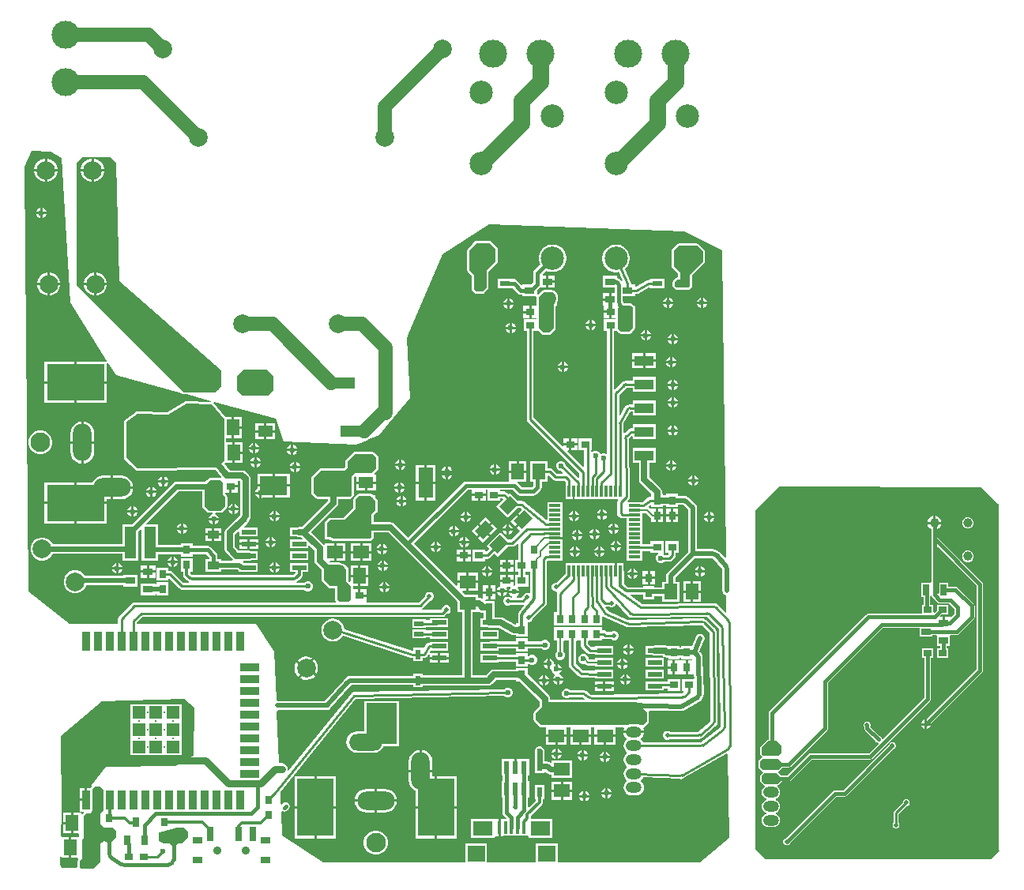
<source format=gtl>
G04*
G04 #@! TF.GenerationSoftware,Altium Limited,Altium Designer,22.8.2 (66)*
G04*
G04 Layer_Physical_Order=1*
G04 Layer_Color=255*
%FSLAX25Y25*%
%MOIN*%
G70*
G04*
G04 #@! TF.SameCoordinates,CEF463C0-22AA-4E03-8404-DDFA2DAA14BC*
G04*
G04*
G04 #@! TF.FilePolarity,Positive*
G04*
G01*
G75*
%ADD11C,0.01575*%
%ADD13C,0.01968*%
%ADD14C,0.01181*%
%ADD18C,0.01000*%
%ADD95C,0.08268*%
%ADD103C,0.01500*%
%ADD104C,0.01100*%
%ADD105C,0.02500*%
%ADD106C,0.01378*%
%ADD107R,0.03800X0.03100*%
%ADD108R,0.03100X0.03800*%
%ADD109R,0.02165X0.04134*%
%ADD110R,0.03937X0.01968*%
G04:AMPARAMS|DCode=111|XSize=62.99mil|YSize=49.21mil|CornerRadius=0mil|HoleSize=0mil|Usage=FLASHONLY|Rotation=225.000|XOffset=0mil|YOffset=0mil|HoleType=Round|Shape=Rectangle|*
%AMROTATEDRECTD111*
4,1,4,0.00487,0.03967,0.03967,0.00487,-0.00487,-0.03967,-0.03967,-0.00487,0.00487,0.03967,0.0*
%
%ADD111ROTATEDRECTD111*%

%ADD112R,0.05906X0.01968*%
%ADD113R,0.03543X0.07874*%
%ADD114R,0.07874X0.03543*%
%ADD115R,0.05236X0.05236*%
%ADD116R,0.02362X0.05354*%
%ADD117R,0.04724X0.01181*%
%ADD118R,0.01181X0.04724*%
%ADD119R,0.06299X0.12992*%
%ADD120R,0.06299X0.04724*%
%ADD121R,0.03937X0.03150*%
%ADD122R,0.02756X0.05906*%
%ADD123R,0.04331X0.03150*%
%ADD124R,0.03150X0.04331*%
%ADD125R,0.07480X0.07087*%
%ADD126R,0.08268X0.06299*%
%ADD127R,0.01575X0.05315*%
%ADD128R,0.05118X0.13386*%
%ADD129R,0.07874X0.04331*%
%ADD130R,0.12992X0.17323*%
%ADD131R,0.15354X0.24410*%
%ADD132R,0.24410X0.15354*%
%ADD133R,0.17323X0.12992*%
%ADD134R,0.06299X0.06299*%
%ADD135R,0.02756X0.05118*%
%ADD136R,0.04134X0.02165*%
%ADD137R,0.04803X0.03602*%
%ADD138R,0.06693X0.05512*%
%ADD139R,0.05512X0.06693*%
%ADD140R,0.11811X0.07874*%
%ADD141R,0.06102X0.04724*%
%ADD142C,0.03000*%
%ADD143C,0.00800*%
%ADD144C,0.02200*%
%ADD145C,0.01772*%
%ADD146C,0.02000*%
%ADD147C,0.06000*%
%ADD148C,0.04500*%
%ADD149C,0.07000*%
%ADD150C,0.01181*%
%ADD151C,0.07874*%
%ADD152C,0.03543*%
%ADD153C,0.03937*%
%ADD154C,0.09843*%
%ADD155O,0.06693X0.04724*%
%ADD156C,0.11811*%
%ADD157O,0.15748X0.07874*%
%ADD158O,0.07874X0.15748*%
%ADD159O,0.14173X0.07087*%
%ADD160O,0.07087X0.14173*%
%ADD161C,0.02362*%
%ADD162C,0.01968*%
G36*
X18110Y327953D02*
X22835Y325197D01*
X26378Y264173D01*
X41759Y239689D01*
X41483Y239189D01*
X29240D01*
Y231012D01*
X41945D01*
Y238453D01*
X42445Y238597D01*
X45669Y233465D01*
X73516Y225974D01*
X73761Y225729D01*
X74058Y225530D01*
X74410Y225460D01*
X75424D01*
X85693Y222698D01*
X85618Y222200D01*
X75625Y222570D01*
X75541Y222557D01*
X75455Y222561D01*
X75365Y222529D01*
X75271Y222514D01*
X75199Y222469D01*
X75118Y222440D01*
X67475Y217854D01*
X54752Y218240D01*
X54625Y218219D01*
X54497Y218212D01*
X54450Y218189D01*
X54399Y218181D01*
X54290Y218113D01*
X54174Y218057D01*
X49449Y214514D01*
X49406Y214465D01*
X49351Y214428D01*
X49287Y214333D01*
X49210Y214247D01*
X49189Y214185D01*
X49152Y214131D01*
X49130Y214018D01*
X49092Y213909D01*
X49095Y213844D01*
X49082Y213779D01*
Y198425D01*
X49086Y198405D01*
X49083Y198385D01*
X49121Y198231D01*
X49152Y198074D01*
X49163Y198057D01*
X49168Y198038D01*
X49263Y197909D01*
X49351Y197776D01*
X49368Y197765D01*
X49380Y197749D01*
X54104Y193418D01*
X54245Y193333D01*
X54383Y193243D01*
X54398Y193240D01*
X54410Y193232D01*
X54573Y193207D01*
X54735Y193177D01*
X87804Y193566D01*
X90197Y190711D01*
X89927Y190255D01*
X89764Y190288D01*
X85433D01*
X85082Y190218D01*
X84784Y190019D01*
X83997Y189232D01*
X83946Y189156D01*
X83882Y189092D01*
X83590Y188653D01*
X71260D01*
X70480Y188498D01*
X69818Y188056D01*
X52347Y170585D01*
X48313D01*
Y162275D01*
X18975D01*
X18438Y163206D01*
X17537Y164107D01*
X16434Y164744D01*
X15204Y165073D01*
X13930D01*
X12700Y164744D01*
X11597Y164107D01*
X10696Y163206D01*
X10059Y162103D01*
X9730Y160873D01*
Y159599D01*
X10059Y158369D01*
X10696Y157266D01*
X11597Y156366D01*
X12700Y155729D01*
X13930Y155399D01*
X15204D01*
X16434Y155729D01*
X17537Y156366D01*
X18438Y157266D01*
X18975Y158197D01*
X48313D01*
Y155399D01*
X55231D01*
Y167701D01*
X56118Y168589D01*
X56580Y168397D01*
Y155399D01*
X63498D01*
Y157922D01*
X73141D01*
Y157043D01*
X78040D01*
Y158049D01*
X83613D01*
X85031Y156630D01*
Y156073D01*
X83450D01*
Y150671D01*
X90053D01*
Y151451D01*
X97013D01*
X97480Y150984D01*
X97480Y150984D01*
X97919Y150691D01*
Y150458D01*
X98653D01*
X98839Y150421D01*
X101772D01*
X101957Y150458D01*
X105624D01*
Y154227D01*
X101957D01*
X101772Y154264D01*
X99634D01*
X99248Y154650D01*
X99319Y154964D01*
X99439Y155150D01*
X101772D01*
X102611Y155317D01*
X102822Y155458D01*
X105624D01*
Y159227D01*
X102822D01*
X102611Y159368D01*
X101772Y159535D01*
X97502D01*
X95893Y161144D01*
Y166129D01*
X97461Y167567D01*
X97919Y167365D01*
Y165458D01*
X105624D01*
Y169227D01*
X99962D01*
X99781Y169693D01*
X101060Y170866D01*
X101112Y170937D01*
X101210Y171012D01*
X101955Y171983D01*
X102424Y173114D01*
X102580Y174298D01*
X102586Y174328D01*
X102586D01*
X102586Y174328D01*
X102586Y174328D01*
X102586Y174815D01*
Y189755D01*
X102419Y190594D01*
X101944Y191305D01*
X100479Y192770D01*
X99768Y193245D01*
X98929Y193412D01*
X93654D01*
X91411Y196088D01*
X91814Y196441D01*
X94945D01*
Y200787D01*
Y205134D01*
X92256D01*
Y207071D01*
X94551D01*
Y211417D01*
Y215764D01*
X91868D01*
X86933Y221838D01*
X86909Y221858D01*
X86943Y221959D01*
X87171Y222301D01*
X112992Y215354D01*
X116535Y205512D01*
X147244Y204331D01*
X151326Y206032D01*
X151412Y206043D01*
X152360Y206436D01*
X152437Y206494D01*
X156693Y208268D01*
X162130Y214858D01*
X162230Y214935D01*
X162721Y215575D01*
X169685Y224016D01*
X168504Y248819D01*
X168728Y250408D01*
X183362Y284542D01*
X203216Y297115D01*
X285433Y294094D01*
X301575Y286221D01*
X303015Y156622D01*
X302547Y156445D01*
X300466Y158847D01*
X300372Y158919D01*
X300274Y159047D01*
X299469Y159665D01*
X298532Y160053D01*
X297581Y160178D01*
X297526Y160189D01*
X290897D01*
Y177559D01*
X290898Y177559D01*
X290751Y178294D01*
X290335Y178918D01*
X290335Y178918D01*
X287185Y182067D01*
X286562Y182484D01*
X285827Y182630D01*
X285827Y182630D01*
X282765D01*
Y183509D01*
X277865D01*
Y182901D01*
X276466D01*
Y183509D01*
X276208D01*
Y184109D01*
X276041Y184948D01*
X275566Y185659D01*
X270696Y190529D01*
Y196620D01*
X273341D01*
Y202750D01*
X263667D01*
Y196620D01*
X266312D01*
Y189620D01*
X266479Y188782D01*
X266954Y188070D01*
X271566Y183458D01*
Y182187D01*
X270966D01*
X270765Y182147D01*
X270561Y182131D01*
X270484Y182091D01*
X270400Y182074D01*
X270230Y181961D01*
X270048Y181868D01*
X268034Y180272D01*
X267632Y180034D01*
X261714D01*
X261507Y180534D01*
X262077Y181104D01*
X262084Y181114D01*
X262094Y181121D01*
X262244Y181353D01*
X262398Y181584D01*
X262400Y181595D01*
X262407Y181605D01*
X262456Y181878D01*
X262510Y182149D01*
X262508Y182161D01*
X262510Y182173D01*
X262119Y206834D01*
X263167Y207782D01*
X263667Y207560D01*
Y206620D01*
X273341D01*
Y212750D01*
X263667D01*
Y211163D01*
X263067D01*
X262820Y211114D01*
X262570Y211077D01*
X262538Y211058D01*
X262501Y211051D01*
X262292Y210911D01*
X262075Y210781D01*
X260307Y209182D01*
X259806Y209402D01*
X259782Y212958D01*
X259836Y213087D01*
X259836Y213087D01*
X262681Y218207D01*
X263667D01*
Y216620D01*
X273341D01*
Y222750D01*
X263667D01*
Y221164D01*
X262458D01*
Y221185D01*
X261463Y220987D01*
X260620Y220424D01*
X260319Y219974D01*
X260206Y219840D01*
X258458Y216695D01*
X257975Y216821D01*
Y225175D01*
X261006Y228207D01*
X263667D01*
Y226620D01*
X273341D01*
Y232750D01*
X263667D01*
Y231164D01*
X261330D01*
X260838Y231183D01*
X260838Y231183D01*
X260838Y231183D01*
X259854Y230987D01*
X259018Y230428D01*
X259029Y230416D01*
X259029Y230411D01*
X256270Y227652D01*
X255808Y227844D01*
Y252274D01*
X257058D01*
X258013Y251320D01*
X258310Y251121D01*
X258661Y251051D01*
X262598D01*
X262663Y251064D01*
X262728Y251060D01*
X262837Y251098D01*
X262950Y251121D01*
X263004Y251157D01*
X263066Y251179D01*
X263152Y251256D01*
X263247Y251320D01*
X263284Y251374D01*
X263333Y251418D01*
X264514Y252993D01*
X264563Y253097D01*
X264627Y253192D01*
X264640Y253256D01*
X264668Y253316D01*
X264675Y253430D01*
X264697Y253543D01*
Y262205D01*
X264679Y262294D01*
X264679Y262385D01*
X264645Y262468D01*
X264627Y262556D01*
X264577Y262631D01*
X264542Y262715D01*
X264478Y262779D01*
X264428Y262854D01*
X264353Y262904D01*
X264288Y262968D01*
X263107Y263756D01*
X263024Y263790D01*
X262950Y263840D01*
X262860Y263858D01*
X262776Y263892D01*
X262687Y263892D01*
X262598Y263910D01*
X259891D01*
X259711Y264344D01*
X259585Y265304D01*
X259594Y265354D01*
Y266844D01*
X264660D01*
Y267841D01*
X265260D01*
X265351Y267859D01*
X265444Y267852D01*
X265632Y267915D01*
X265826Y267953D01*
X265903Y268005D01*
X265991Y268034D01*
X270549Y270628D01*
X271049Y270337D01*
Y270289D01*
X276983D01*
Y274255D01*
X271049D01*
Y273750D01*
X270449D01*
X270358Y273732D01*
X270265Y273739D01*
X270077Y273676D01*
X269883Y273638D01*
X269806Y273586D01*
X269718Y273557D01*
X265160Y270963D01*
X264660Y271254D01*
Y271794D01*
X263073D01*
Y272394D01*
X263066Y272428D01*
X263071Y272462D01*
X263010Y272710D01*
X262960Y272960D01*
X262941Y272989D01*
X262933Y273022D01*
X260435Y278344D01*
X261215Y279124D01*
X261852Y280077D01*
X262291Y281137D01*
X262514Y282261D01*
Y283408D01*
X262291Y284533D01*
X261852Y285592D01*
X261215Y286545D01*
X260404Y287356D01*
X259450Y287993D01*
X258391Y288432D01*
X257266Y288656D01*
X256120D01*
X254995Y288432D01*
X253936Y287993D01*
X252982Y287356D01*
X252171Y286545D01*
X251534Y285592D01*
X251095Y284533D01*
X250872Y283408D01*
Y282261D01*
X251095Y281137D01*
X251534Y280077D01*
X252171Y279124D01*
X252982Y278313D01*
X253936Y277676D01*
X254995Y277237D01*
X256120Y277013D01*
X257266D01*
X257748Y277109D01*
X259359Y273677D01*
X258929Y273416D01*
X258626Y273811D01*
X257944Y274334D01*
X257219Y274635D01*
Y275534D01*
X251088D01*
Y270585D01*
X256154D01*
X256153Y268154D01*
X254654D01*
Y265579D01*
X254153D01*
Y265079D01*
X250988D01*
Y263004D01*
X251005D01*
X251431Y262825D01*
Y260775D01*
X254331D01*
Y260275D01*
X254831D01*
Y257725D01*
X256563D01*
Y257174D01*
X251530D01*
Y252274D01*
X252852D01*
Y200710D01*
X252351Y200411D01*
X251835Y200624D01*
X251008D01*
X250492Y200411D01*
X249875Y200593D01*
X249796Y200785D01*
X249210Y201371D01*
X248446Y201687D01*
X247618D01*
X246853Y201371D01*
X246663Y201181D01*
X246164Y201389D01*
Y201881D01*
X246501D01*
Y206781D01*
X240901D01*
Y201881D01*
X243207D01*
Y194971D01*
X242745Y194779D01*
X236205Y201319D01*
X236397Y201781D01*
X236901D01*
Y203831D01*
X234501D01*
Y203676D01*
X234039Y203485D01*
X221951Y215573D01*
Y252274D01*
X223272D01*
X223272Y252274D01*
Y252274D01*
X223740Y252195D01*
X225411Y250858D01*
X225526Y250799D01*
X225633Y250727D01*
X225683Y250717D01*
X225729Y250693D01*
X225857Y250682D01*
X225984Y250657D01*
X228740D01*
X228790Y250667D01*
X228841Y250663D01*
X228965Y250702D01*
X229091Y250727D01*
X229134Y250756D01*
X229183Y250771D01*
X229282Y250854D01*
X229389Y250926D01*
X229417Y250969D01*
X229457Y251002D01*
X231031Y252970D01*
X231091Y253085D01*
X231163Y253192D01*
X231173Y253242D01*
X231196Y253288D01*
X231207Y253417D01*
X231233Y253543D01*
Y262686D01*
X231636Y263225D01*
X231637Y263226D01*
X231638Y263227D01*
X231714Y263387D01*
X231791Y263547D01*
X231791Y263549D01*
X231792Y263550D01*
X232239Y265321D01*
X232240Y265322D01*
X232240Y265324D01*
X232248Y265499D01*
X232258Y265678D01*
X232257Y265680D01*
X232257Y265681D01*
X231970Y267602D01*
X231921Y267739D01*
X231882Y267879D01*
X231861Y267906D01*
X231849Y267939D01*
X231751Y268046D01*
X231662Y268161D01*
X230457Y269199D01*
X230330Y269271D01*
X230209Y269352D01*
X230175Y269358D01*
X230145Y269375D01*
X230001Y269393D01*
X229858Y269422D01*
X225984Y269422D01*
X225633Y269352D01*
X225335Y269153D01*
X223861Y267678D01*
X223361Y267885D01*
Y269191D01*
X224626Y270457D01*
X227236D01*
Y273031D01*
Y275606D01*
X225896D01*
X225689Y276106D01*
X227287Y277704D01*
X228223Y277316D01*
X229348Y277092D01*
X230495D01*
X231619Y277316D01*
X232679Y277755D01*
X233632Y278392D01*
X234443Y279203D01*
X235080Y280156D01*
X235519Y281215D01*
X235742Y282340D01*
Y283487D01*
X235519Y284611D01*
X235080Y285671D01*
X234443Y286624D01*
X233632Y287435D01*
X232679Y288072D01*
X231619Y288511D01*
X230495Y288735D01*
X229348D01*
X228223Y288511D01*
X227164Y288072D01*
X226210Y287435D01*
X225400Y286624D01*
X224763Y285671D01*
X224324Y284611D01*
X224100Y283487D01*
Y282340D01*
X224324Y281215D01*
X224712Y280279D01*
X222234Y277801D01*
X221839Y277210D01*
X221701Y276513D01*
Y272681D01*
X220786Y271766D01*
X217230D01*
Y271766D01*
X216877Y271620D01*
X214937Y273559D01*
X214346Y273954D01*
X213649Y274093D01*
X212809D01*
Y274255D01*
X206876D01*
Y270289D01*
X212809D01*
X212809Y270289D01*
Y270289D01*
X212809Y270289D01*
X213235Y270111D01*
X215342Y268004D01*
X215342Y268004D01*
X215933Y267609D01*
X216630Y267471D01*
X216630Y267471D01*
X217230D01*
Y266817D01*
X222867D01*
X223098Y266535D01*
Y262786D01*
X220972D01*
Y260236D01*
Y257686D01*
X223098D01*
Y257174D01*
X217672D01*
Y252274D01*
X218994D01*
Y214961D01*
X219107Y214395D01*
X219427Y213915D01*
X241238Y192104D01*
Y190524D01*
X240778Y190328D01*
X235546Y195331D01*
Y195690D01*
X235229Y196454D01*
X234643Y197040D01*
X233878Y197357D01*
X233051D01*
X232286Y197040D01*
X231700Y196454D01*
X231383Y195690D01*
Y194862D01*
X231700Y194097D01*
X232286Y193511D01*
X233051Y193194D01*
X233502D01*
X234235Y192494D01*
X234049Y192030D01*
X231687D01*
X229758Y193959D01*
X229278Y194279D01*
X228713Y194392D01*
X227841D01*
Y197160D01*
X220529D01*
Y188667D01*
X221902D01*
Y186933D01*
X221138Y186169D01*
X216985D01*
X215087Y188067D01*
X215294Y188567D01*
X218941D01*
Y192413D01*
X211429D01*
Y188728D01*
X193307D01*
X192649Y188597D01*
X192091Y188224D01*
X168936Y165070D01*
X163164Y170841D01*
X162453Y171317D01*
X161614Y171484D01*
X154461D01*
Y174423D01*
X155767Y175729D01*
X155966Y176027D01*
X156036Y176378D01*
Y180709D01*
X155966Y181060D01*
X155767Y181358D01*
X155231Y181894D01*
Y182790D01*
X154335D01*
X153798Y183326D01*
X153501Y183525D01*
X153150Y183595D01*
X148425D01*
X148074Y183525D01*
X147776Y183326D01*
X147240Y182790D01*
X147132D01*
Y182681D01*
X146202Y181751D01*
X146003Y181454D01*
X145933Y181102D01*
X145933Y177545D01*
X141746Y173359D01*
X136221D01*
X135869Y173289D01*
X135572Y173090D01*
X134024Y171542D01*
X133942D01*
Y171434D01*
X133798Y171217D01*
X133728Y170866D01*
Y166142D01*
X133737Y166097D01*
X133732Y166052D01*
X133772Y165923D01*
X133798Y165791D01*
X133823Y165753D01*
X133836Y165709D01*
X133922Y165605D01*
X133942Y165574D01*
Y164230D01*
X135918D01*
X136236Y164039D01*
X136300Y164016D01*
X136356Y163979D01*
X136983Y163719D01*
X137334Y163649D01*
X152756D01*
X153107Y163719D01*
X153405Y163918D01*
X154192Y164706D01*
X154391Y165003D01*
X154461Y165354D01*
Y167099D01*
X160706D01*
X167052Y160753D01*
X189848Y137957D01*
Y133746D01*
X191902D01*
Y106916D01*
X175211D01*
Y107691D01*
X171246D01*
Y106646D01*
X144383D01*
X143648Y106499D01*
X143025Y106083D01*
X143025Y106083D01*
X141792Y104850D01*
X141779Y104830D01*
X141759Y104816D01*
X141704Y104759D01*
X141691Y104738D01*
X141672Y104724D01*
X133793Y96016D01*
X113779D01*
X113431Y96425D01*
X112598Y116929D01*
X104724Y128740D01*
X54574D01*
X54559Y129240D01*
X56912Y131593D01*
X183465D01*
X184030Y131705D01*
X184510Y132026D01*
X185246Y132761D01*
X185414D01*
X186107Y133048D01*
X186637Y133578D01*
X186924Y134271D01*
Y135020D01*
X186637Y135713D01*
X186107Y136243D01*
X185414Y136530D01*
X184665D01*
X183972Y136243D01*
X183442Y135713D01*
X183155Y135020D01*
Y134852D01*
X182852Y134549D01*
X175024D01*
X174873Y135049D01*
X175061Y135175D01*
X178159Y138273D01*
X178328D01*
X179020Y138560D01*
X179550Y139090D01*
X179837Y139783D01*
Y140532D01*
X179550Y141225D01*
X179020Y141755D01*
X178328Y142042D01*
X177578D01*
X176885Y141755D01*
X176355Y141225D01*
X176068Y140532D01*
Y140364D01*
X173403Y137699D01*
X151701D01*
X151326Y138001D01*
Y140051D01*
X148426D01*
Y140551D01*
X147926D01*
Y143101D01*
X145800D01*
Y144472D01*
X147925D01*
Y148319D01*
X144669D01*
Y146489D01*
X144219Y146273D01*
X143831Y146583D01*
Y151379D01*
X143813Y151468D01*
Y151558D01*
X143779Y151642D01*
X143761Y151730D01*
X143711Y151806D01*
X143676Y151889D01*
X143081Y152780D01*
Y153065D01*
X142890D01*
X142706Y153341D01*
X142642Y153405D01*
X142592Y153481D01*
X142517Y153531D01*
X142453Y153595D01*
X142369Y153629D01*
X142294Y153680D01*
X140576Y154391D01*
X140225Y154461D01*
X135886D01*
X135760Y154630D01*
X136010Y155130D01*
X137689D01*
Y158886D01*
Y162642D01*
X133843D01*
Y161956D01*
X133343Y161804D01*
X133183Y162043D01*
X127992Y167234D01*
X138952Y178194D01*
X139427Y178905D01*
X139594Y179744D01*
Y181366D01*
X144488D01*
X144839Y181436D01*
X145137Y181635D01*
X145924Y182422D01*
X146123Y182720D01*
X146193Y183071D01*
Y190565D01*
X146531Y190903D01*
X147031Y190696D01*
Y188689D01*
X151181D01*
X155331D01*
Y191551D01*
X154920D01*
X154728Y192013D01*
X156161Y193446D01*
X156360Y193743D01*
X156429Y194095D01*
Y198819D01*
X156360Y199170D01*
X156161Y199468D01*
X154586Y201043D01*
X154288Y201241D01*
X153937Y201311D01*
X146457D01*
X146106Y201241D01*
X145808Y201043D01*
X142658Y197893D01*
X142459Y197595D01*
X142390Y197244D01*
Y194868D01*
X141746Y194225D01*
X132283D01*
X131932Y194155D01*
X131635Y193956D01*
X128485Y190806D01*
X128286Y190509D01*
X128216Y190157D01*
Y183858D01*
X128286Y183507D01*
X128485Y183209D01*
X130060Y181635D01*
X130358Y181436D01*
X130709Y181366D01*
X135210D01*
Y180652D01*
X124092Y169535D01*
X123031D01*
X122193Y169368D01*
X121982Y169227D01*
X119179D01*
Y165458D01*
X121982D01*
X122193Y165317D01*
X123031Y165150D01*
X123875D01*
X124337Y164689D01*
X124146Y164227D01*
X119179D01*
Y160458D01*
X126884D01*
Y161488D01*
X127346Y161680D01*
X129441Y159585D01*
Y155375D01*
X129607Y154536D01*
X130083Y153825D01*
X132547Y151361D01*
Y149606D01*
X132547Y149606D01*
Y147244D01*
X132617Y146893D01*
X132816Y146595D01*
X135572Y143839D01*
X135869Y143640D01*
X136221Y143571D01*
X138059D01*
Y138976D01*
X138129Y138625D01*
X138328Y138328D01*
X138494Y138161D01*
X138303Y137699D01*
X53543D01*
X52978Y137586D01*
X52498Y137266D01*
X47025Y131793D01*
X46705Y131314D01*
X46593Y130748D01*
Y128740D01*
X25984D01*
X8661Y142126D01*
X7087Y321654D01*
X10236Y328346D01*
X18110Y327953D01*
D02*
G37*
G36*
X263779Y262205D02*
Y253543D01*
X262598Y251969D01*
X258661D01*
X257480Y253150D01*
Y261024D01*
X257670Y262886D01*
X259449Y262992D01*
X262598D01*
X263779Y262205D01*
D02*
G37*
G36*
X229858Y268504D02*
X231063Y267466D01*
X231350Y265546D01*
X230902Y263775D01*
X230315Y262992D01*
Y253543D01*
X228740Y251575D01*
X225984D01*
X224016Y253150D01*
Y266535D01*
X225984Y268504D01*
X229858Y268504D01*
D02*
G37*
G36*
X45737Y323195D02*
X47155Y273139D01*
X90197Y235433D01*
Y228780D01*
X87795Y226378D01*
X74410Y226378D01*
X29134Y271654D01*
Y323228D01*
X31496Y325590D01*
X37402Y325590D01*
X43273D01*
X45737Y323195D01*
D02*
G37*
G36*
X112205Y233071D02*
X112205Y227165D01*
X109843Y224803D01*
X99213D01*
X96850Y227165D01*
Y233071D01*
X99606Y235827D01*
X109449D01*
X112205Y233071D01*
D02*
G37*
G36*
X86221Y221260D02*
X91339Y214961D01*
Y197244D01*
X88189Y194488D01*
X54724Y194095D01*
X50000Y198425D01*
Y213779D01*
X54724Y217323D01*
X67716Y216929D01*
X75590Y221654D01*
X86221Y221260D01*
D02*
G37*
G36*
X202319Y180621D02*
X207919D01*
Y181643D01*
X208857D01*
X209280Y181221D01*
X206154Y178094D01*
X210906Y173341D01*
X215206Y177641D01*
X216348D01*
X216861Y177217D01*
X216885Y176718D01*
X215424Y175257D01*
X217872Y172810D01*
X217518Y172457D01*
X217872Y172103D01*
X214937Y169169D01*
X216162Y167944D01*
X212340Y164122D01*
X210979D01*
X207705Y167396D01*
X201978Y161669D01*
X203309Y160338D01*
X202119Y159148D01*
X201619Y159355D01*
Y159930D01*
X196019D01*
Y155030D01*
X201619D01*
Y156002D01*
X202542D01*
X203107Y156114D01*
X203587Y156435D01*
X205399Y158247D01*
X206730Y156916D01*
X210979Y161165D01*
X212952D01*
X213518Y161278D01*
X213998Y161598D01*
X215013Y162613D01*
X215474Y162367D01*
X215429Y162143D01*
X215451D01*
X215451Y155600D01*
X214129D01*
Y150700D01*
X215451D01*
Y149226D01*
X214047D01*
Y144839D01*
X213990Y144790D01*
X213547Y144651D01*
X213447Y144766D01*
Y146276D01*
X210547D01*
X207647D01*
Y144460D01*
X207426Y144369D01*
X206812Y143755D01*
X206508Y143020D01*
X210815D01*
X210510Y143755D01*
X210502Y143764D01*
X210693Y144226D01*
X212087D01*
X212295Y143726D01*
X211930Y143361D01*
X211626Y142626D01*
X215933D01*
X215629Y143361D01*
X215164Y143826D01*
X215372Y144326D01*
X219647D01*
Y149226D01*
X218408D01*
Y150700D01*
X219729D01*
Y150743D01*
X220528D01*
Y141832D01*
X220027Y141498D01*
X219666Y141648D01*
X218917D01*
X218224Y141361D01*
X217694Y140831D01*
X217566Y140523D01*
X216710Y139667D01*
X214850D01*
X214751Y140167D01*
X215015Y140277D01*
X215629Y140891D01*
X215933Y141626D01*
X211626D01*
X211930Y140891D01*
X212544Y140277D01*
X212808Y140167D01*
X212709Y139667D01*
X212210D01*
X212091Y139786D01*
X211398Y140073D01*
X210649D01*
X209956Y139786D01*
X209426Y139256D01*
X209139Y138564D01*
Y137814D01*
X209426Y137122D01*
X209956Y136592D01*
X210649Y136305D01*
X211398D01*
X212091Y136592D01*
X212210Y136711D01*
X217323D01*
X217658Y136777D01*
X217932Y136322D01*
X216014Y133961D01*
X215936Y133812D01*
X215777Y133605D01*
X215507Y132955D01*
X215428Y132349D01*
X215409Y132258D01*
Y128785D01*
X214479D01*
Y128708D01*
X213979Y128405D01*
X208812Y131097D01*
X208719Y131125D01*
X208638Y131179D01*
X208311Y131244D01*
X207991Y131337D01*
X207895Y131327D01*
X207799Y131346D01*
X205342D01*
Y132802D01*
X205600D01*
Y138402D01*
X201441D01*
X201374Y138502D01*
X201641Y139002D01*
X202650D01*
Y141402D01*
X200600D01*
Y139480D01*
X200100Y139213D01*
X199780Y139427D01*
X198941Y139594D01*
X198341D01*
Y141058D01*
X192948D01*
X191822Y142184D01*
X192013Y142646D01*
X193595D01*
Y145902D01*
X189748D01*
Y144911D01*
X189286Y144720D01*
X171369Y162637D01*
X194020Y185287D01*
X195919D01*
Y183571D01*
X198819D01*
X201719D01*
Y185287D01*
X202319D01*
Y180621D01*
D02*
G37*
G36*
X230029Y189506D02*
X230509Y189185D01*
X231075Y189073D01*
X234821D01*
X235333Y188561D01*
Y187711D01*
X235320D01*
Y181187D01*
X237189D01*
Y181087D01*
X238280D01*
Y181186D01*
X238302D01*
Y184449D01*
X239257D01*
Y181186D01*
X239280D01*
Y181087D01*
X240370D01*
Y181187D01*
X257327D01*
X257524Y180687D01*
X257296Y180345D01*
X257183Y179779D01*
Y175251D01*
X257296Y174685D01*
X257616Y174205D01*
X258260Y173561D01*
X258740Y173240D01*
X259306Y173128D01*
X261108D01*
Y171147D01*
Y167210D01*
Y163273D01*
Y159336D01*
Y155399D01*
X267632D01*
Y159399D01*
X271215D01*
Y158574D01*
X274337D01*
X274436Y158074D01*
X274412Y158063D01*
X273826Y157478D01*
X273510Y156713D01*
Y155885D01*
X273826Y155120D01*
X274412Y154535D01*
X275177Y154218D01*
X276005D01*
X276769Y154535D01*
X277106Y154872D01*
X279134D01*
X279134Y154872D01*
X279680Y154980D01*
X280143Y155290D01*
X281324Y156471D01*
X281324Y156471D01*
X281634Y156934D01*
X281742Y157480D01*
X281742Y157480D01*
Y157972D01*
X281743Y157974D01*
X281743Y157974D01*
Y158574D01*
X283115D01*
Y163474D01*
X277515D01*
Y158574D01*
X278888D01*
Y158072D01*
X278543Y157727D01*
X277106D01*
X276769Y158063D01*
X276745Y158074D01*
X276815Y158574D01*
X276815D01*
Y163474D01*
X271215D01*
Y162254D01*
X267632D01*
Y167210D01*
Y171147D01*
Y174984D01*
X267732D01*
Y175249D01*
X269357D01*
X271135Y173471D01*
X271466Y173250D01*
Y171509D01*
X273516D01*
Y174409D01*
Y177309D01*
X271466D01*
Y177309D01*
X271169Y177186D01*
X270843Y177512D01*
X270449Y177775D01*
X270408Y177838D01*
X270337Y178324D01*
X271066Y178902D01*
X271566Y178660D01*
Y177909D01*
X276466D01*
Y178516D01*
X277865D01*
Y177909D01*
X282765D01*
Y178788D01*
X285031D01*
X287055Y176763D01*
Y159063D01*
X278394Y150402D01*
X277977Y149778D01*
X277831Y149043D01*
X277831Y149043D01*
Y146372D01*
X276096D01*
Y144047D01*
X272922D01*
Y144532D01*
X268022D01*
Y144039D01*
X261900D01*
X259984Y145391D01*
Y150984D01*
X259955Y151131D01*
Y154246D01*
X258087D01*
Y154347D01*
X256996D01*
Y154247D01*
X256974D01*
Y151131D01*
X256945Y150984D01*
X256018D01*
Y154247D01*
X255996D01*
Y154347D01*
X254906D01*
Y154246D01*
X235320D01*
Y149813D01*
X234909Y149401D01*
X231328Y145979D01*
X231121D01*
X230429Y145692D01*
X229899Y145162D01*
X229612Y144469D01*
Y143720D01*
X229899Y143027D01*
X230429Y142497D01*
X231121Y142210D01*
X231331D01*
X231386Y142177D01*
X231702Y141710D01*
X231643Y141413D01*
X231643Y141413D01*
Y133509D01*
X230621D01*
Y127909D01*
X235521D01*
Y127909D01*
X235739D01*
Y127909D01*
X240639D01*
Y127909D01*
X240857D01*
Y127909D01*
X245757D01*
Y127909D01*
X245975D01*
Y127909D01*
X250875D01*
Y131415D01*
X250936Y131466D01*
X251375Y131637D01*
X252043Y131191D01*
X252047Y131200D01*
X252050Y131201D01*
X260605Y127481D01*
X260609Y127474D01*
X260605Y127466D01*
X260638Y127444D01*
X261069Y127358D01*
X261633Y127246D01*
X261702Y127260D01*
X262199Y127281D01*
X292751Y128035D01*
X296166Y124931D01*
X296546Y87312D01*
X291207Y82974D01*
X279533D01*
X279414Y83093D01*
X278721Y83380D01*
X277972D01*
X277279Y83093D01*
X276749Y82563D01*
X276462Y81871D01*
Y81121D01*
X276749Y80429D01*
X277279Y79899D01*
X277972Y79612D01*
X278721D01*
X279414Y79899D01*
X279533Y80018D01*
X291342D01*
Y79996D01*
X292337Y80194D01*
X292820Y80517D01*
X292968Y80595D01*
X298552Y85132D01*
X298590Y85179D01*
X298765Y85295D01*
X299328Y86138D01*
X299436Y86680D01*
X299526Y87133D01*
X299523Y87151D01*
X299500Y87639D01*
X299121Y125126D01*
X299137Y125126D01*
X298945Y126094D01*
X298584Y126635D01*
X298381Y126938D01*
X298282Y127004D01*
X298277Y127007D01*
X294628Y130325D01*
X294628Y130325D01*
Y130325D01*
X293888Y130819D01*
X293310Y130934D01*
X292893Y131017D01*
X292837Y131006D01*
X292343Y130983D01*
X262106Y130236D01*
X261678Y130260D01*
X261633Y130279D01*
X261622Y130274D01*
X261612Y130268D01*
X253400Y133838D01*
X253386Y133871D01*
X253301Y133906D01*
X252218Y135423D01*
X252475Y135923D01*
X253538D01*
X253657Y135804D01*
X254350Y135517D01*
X255099D01*
X255792Y135804D01*
X256322Y136334D01*
X256526Y136827D01*
X257071Y136972D01*
X261566Y132047D01*
X261566Y132047D01*
X261569Y132044D01*
X261573Y132036D01*
X261634Y131945D01*
X261943Y131738D01*
X262477Y131381D01*
X263037Y131270D01*
X263472Y131183D01*
X263509Y131190D01*
X264003Y131211D01*
X295064Y131585D01*
X300108Y126542D01*
X300870Y84981D01*
X292427Y78649D01*
X292415Y78644D01*
X268076D01*
X268007Y78811D01*
X267484Y79492D01*
X267161Y79740D01*
Y80370D01*
X267555Y80673D01*
X268094Y81375D01*
X268433Y82193D01*
X268483Y82571D01*
X264173D01*
X259864D01*
X259913Y82193D01*
X260252Y81375D01*
X260791Y80673D01*
X261186Y80370D01*
Y79740D01*
X260862Y79492D01*
X260339Y78811D01*
X260011Y78017D01*
X259899Y77165D01*
X260011Y76314D01*
X260339Y75520D01*
X260862Y74839D01*
X261281Y74517D01*
Y73908D01*
X260862Y73586D01*
X260339Y72905D01*
X260011Y72111D01*
X259899Y71260D01*
X260011Y70408D01*
X260339Y69615D01*
X260862Y68933D01*
X261281Y68612D01*
Y68002D01*
X260862Y67681D01*
X260339Y67000D01*
X260011Y66206D01*
X259899Y65354D01*
X260011Y64503D01*
X260339Y63709D01*
X260862Y63028D01*
X261281Y62706D01*
Y62097D01*
X260862Y61775D01*
X260339Y61094D01*
X260011Y60300D01*
X259899Y59449D01*
X260011Y58597D01*
X260339Y57804D01*
X260862Y57122D01*
X261544Y56599D01*
X262337Y56271D01*
X263189Y56159D01*
X265158D01*
X266009Y56271D01*
X266803Y56599D01*
X267484Y57122D01*
X268007Y57804D01*
X268336Y58597D01*
X268448Y59449D01*
X268336Y60300D01*
X268007Y61094D01*
X267484Y61775D01*
X267065Y62097D01*
Y62706D01*
X267484Y63028D01*
X268007Y63709D01*
X268026Y63756D01*
X283871Y63102D01*
X283871Y63100D01*
X283978Y63078D01*
X284345Y63152D01*
X284973Y63276D01*
X285181Y63415D01*
X285263Y63444D01*
X303502Y73966D01*
X303936Y73718D01*
X304331Y38189D01*
X292126Y27953D01*
X232199D01*
Y35939D01*
X222919D01*
Y27953D01*
X202278D01*
Y35939D01*
X192998D01*
Y27953D01*
X133071D01*
X115748Y39370D01*
X115340Y49407D01*
X115830Y49681D01*
X116135Y49477D01*
X116779Y49349D01*
X117423Y49477D01*
X117969Y49841D01*
X118512Y50385D01*
X118877Y50931D01*
X119005Y51575D01*
X118877Y52219D01*
X118512Y52764D01*
X117967Y53129D01*
X117323Y53257D01*
X116679Y53129D01*
X116133Y52764D01*
X115721Y52352D01*
X115214Y52521D01*
X115007Y57610D01*
X146836Y96914D01*
X209586Y98101D01*
X209845Y97842D01*
X210610Y97525D01*
X211438D01*
X212203Y97842D01*
X212788Y98427D01*
X213105Y99192D01*
Y100020D01*
X212788Y100785D01*
X212203Y101371D01*
X211438Y101687D01*
X210610D01*
X209845Y101371D01*
X209531Y101057D01*
X146092Y99857D01*
X146029Y99844D01*
X145965Y99849D01*
X145749Y99782D01*
X145528Y99734D01*
X145476Y99697D01*
X145414Y99678D01*
X145240Y99534D01*
X145055Y99405D01*
X145020Y99351D01*
X144971Y99309D01*
X118587Y66729D01*
X118120Y66947D01*
X118195Y67323D01*
X118009Y68259D01*
X117478Y69053D01*
X116684Y69584D01*
X115748Y69770D01*
X114514D01*
X113621Y91739D01*
X114104Y92173D01*
X134646D01*
X134693Y92183D01*
X134742Y92176D01*
X135059Y92256D01*
X135381Y92320D01*
X135421Y92347D01*
X135469Y92358D01*
X135731Y92554D01*
X136004Y92736D01*
X136031Y92777D01*
X136070Y92806D01*
X144505Y102128D01*
X144526Y102150D01*
X145179Y102803D01*
X171246D01*
Y101758D01*
X175211D01*
Y102532D01*
X202756D01*
X203595Y102699D01*
X204306Y103174D01*
X206025Y104894D01*
X214479D01*
Y104286D01*
X216279D01*
X224580Y95985D01*
Y93988D01*
X222186Y91594D01*
X221987Y91296D01*
X221917Y90945D01*
Y88189D01*
X221987Y87838D01*
X222186Y87540D01*
X224548Y85178D01*
X224846Y84979D01*
X225197Y84909D01*
X227150D01*
Y81827D01*
X231496D01*
X235842D01*
Y84909D01*
X237386D01*
Y81827D01*
X241732D01*
X246079D01*
Y84909D01*
X247622D01*
Y81827D01*
X251969D01*
X256315D01*
Y84909D01*
X259770D01*
X260104Y84409D01*
X259913Y83949D01*
X259864Y83571D01*
X264173D01*
X268483D01*
X268433Y83949D01*
X268236Y84424D01*
X268461Y84979D01*
X268759Y85178D01*
X270334Y86753D01*
X270533Y87050D01*
X270603Y87402D01*
Y91339D01*
X270565Y91531D01*
X270809Y91935D01*
X270910Y92025D01*
X284263Y91786D01*
X284320Y91796D01*
X284323Y91796D01*
X285123Y91901D01*
X285869Y92210D01*
X285879Y92218D01*
X285941Y92241D01*
X292151Y96036D01*
X292153Y96038D01*
X292155Y96038D01*
X292156Y96039D01*
X292313Y96184D01*
X292335Y96201D01*
X292509Y96317D01*
X292532Y96353D01*
X292722Y96498D01*
X293213Y97139D01*
X293522Y97884D01*
X293628Y98684D01*
X293627Y98685D01*
X293637Y98741D01*
X293637Y98745D01*
X293636Y98751D01*
X293637Y98757D01*
X293271Y114511D01*
X293224Y114720D01*
X293156Y115239D01*
X292847Y115985D01*
X292355Y116625D01*
X292344Y116634D01*
X292306Y116688D01*
X292302Y116692D01*
X292298Y116694D01*
X292295Y116699D01*
X291949Y117024D01*
X293899Y121702D01*
X293937Y121889D01*
X294010Y122066D01*
Y122253D01*
X294047Y122437D01*
X294010Y122624D01*
Y122816D01*
X293939Y122988D01*
X293903Y123172D01*
X293797Y123331D01*
X293723Y123508D01*
X293591Y123641D01*
X293488Y123796D01*
X293329Y123903D01*
X293193Y124038D01*
X293021Y124110D01*
X292865Y124214D01*
X292678Y124252D01*
X292501Y124325D01*
X292314D01*
X292130Y124362D01*
X291943Y124325D01*
X291751D01*
X291578Y124254D01*
X291395Y124217D01*
X291235Y124112D01*
X291059Y124038D01*
X290926Y123906D01*
X290771Y123802D01*
X290664Y123644D01*
X290529Y123508D01*
X290457Y123335D01*
X290353Y123180D01*
X288750Y119335D01*
X284164D01*
Y119202D01*
X284152Y118728D01*
X283552D01*
Y119336D01*
X278652D01*
X278652Y119336D01*
X278177Y119397D01*
X277484Y119535D01*
X273031D01*
X272193Y119368D01*
X271982Y119227D01*
X269179D01*
Y115458D01*
X271982D01*
X272193Y115317D01*
X273031Y115150D01*
X276338D01*
X276502Y114986D01*
X276901Y114720D01*
X276748Y114256D01*
X276564Y114227D01*
X276430Y114227D01*
X276430Y114227D01*
X276425Y114227D01*
X269179D01*
Y110458D01*
X276884D01*
Y113775D01*
X276884Y114130D01*
X277027Y114295D01*
X277271Y114499D01*
X277349Y114484D01*
X278052Y114344D01*
X278652D01*
Y113736D01*
X283552D01*
Y114344D01*
X284149D01*
X284153Y114343D01*
X284164D01*
Y113735D01*
X288917D01*
X288958Y113635D01*
X288638Y113144D01*
X288620Y113135D01*
X287114D01*
Y110236D01*
Y107335D01*
X289094D01*
X289164Y107335D01*
X289598Y107176D01*
X289635Y105564D01*
X289286Y105206D01*
X284602D01*
Y100306D01*
X285151D01*
X285332Y99806D01*
X284498Y99111D01*
X246145Y98727D01*
X246124Y98736D01*
X244059Y100211D01*
X243909Y100279D01*
X243556Y100515D01*
X242561Y100713D01*
Y100691D01*
X237292Y100691D01*
X237006Y100977D01*
X236241Y101294D01*
X235413D01*
X234648Y100977D01*
X234063Y100391D01*
X233746Y99626D01*
Y98799D01*
X234063Y98034D01*
X234648Y97448D01*
X235413Y97132D01*
X236241D01*
X237006Y97448D01*
X237292Y97734D01*
X242429Y97734D01*
X242454Y97724D01*
X243379Y97063D01*
X243227Y96587D01*
X228964D01*
Y96893D01*
X228797Y97732D01*
X228322Y98443D01*
X219379Y107386D01*
Y109886D01*
X214479D01*
Y109278D01*
X205117D01*
X204278Y109111D01*
X203567Y108636D01*
X201848Y106916D01*
X196287D01*
Y133746D01*
X198341D01*
X198341Y133746D01*
Y133746D01*
X198841Y133857D01*
X199261Y133576D01*
X200100Y133409D01*
X200700D01*
Y132802D01*
X200957D01*
Y131038D01*
X199494D01*
Y127269D01*
X202297D01*
X202508Y127128D01*
X203346Y126961D01*
X207262D01*
X212866Y124041D01*
X212959Y124014D01*
X213040Y123960D01*
X213367Y123895D01*
X213687Y123801D01*
X213784Y123812D01*
X213879Y123793D01*
X214479D01*
Y123185D01*
X219379D01*
Y128785D01*
X219379Y128785D01*
X219541Y129218D01*
X220060D01*
X220752Y129505D01*
X221282Y130035D01*
X221569Y130728D01*
Y130896D01*
X227030Y136356D01*
X227350Y136836D01*
X227463Y137402D01*
Y154974D01*
X227643Y155399D01*
X234168D01*
Y159336D01*
Y163173D01*
X234268D01*
Y164264D01*
X234168D01*
Y164286D01*
X230906D01*
Y165242D01*
X234168D01*
Y165264D01*
X234268D01*
Y166354D01*
X234168D01*
Y171147D01*
Y175084D01*
Y180034D01*
X227643D01*
Y177053D01*
Y172673D01*
X227143Y172437D01*
X217769Y180170D01*
X217583Y180270D01*
X217407Y180387D01*
X217339Y180401D01*
X217278Y180433D01*
X217068Y180455D01*
X216861Y180496D01*
X215206D01*
X211881Y183821D01*
X211299Y183239D01*
X210458Y184080D01*
X209995Y184390D01*
X209449Y184498D01*
X209449Y184498D01*
X207919D01*
Y185287D01*
X213000D01*
X215055Y183232D01*
X215613Y182859D01*
X216272Y182728D01*
X221850D01*
X222509Y182859D01*
X223067Y183232D01*
X224839Y185004D01*
X225212Y185562D01*
X225342Y186221D01*
Y188667D01*
X227841D01*
Y190987D01*
X228341Y191194D01*
X230029Y189506D01*
D02*
G37*
G36*
X155512Y198819D02*
Y194095D01*
X153543Y192126D01*
X146457Y192126D01*
X145276Y190945D01*
Y183071D01*
X144488Y182283D01*
X130709D01*
X129134Y183858D01*
Y190157D01*
X132283Y193307D01*
X142126D01*
X143307Y194488D01*
Y197244D01*
X146457Y200394D01*
X153937D01*
X155512Y198819D01*
D02*
G37*
G36*
X90945Y188189D02*
Y183071D01*
X91732Y182283D01*
Y178347D01*
X89764Y176378D01*
X85039D01*
Y176378D01*
X83071Y178347D01*
Y186221D01*
X84646Y188583D01*
X85433Y189370D01*
X89764D01*
X90945Y188189D01*
D02*
G37*
G36*
X98202Y188847D02*
Y174328D01*
X98202Y174328D01*
X98207Y174301D01*
X98131Y174118D01*
X98098Y174098D01*
X92220Y168709D01*
X92191Y168670D01*
X92151Y168643D01*
X91939Y168326D01*
X91714Y168019D01*
X91702Y167972D01*
X91676Y167932D01*
X91601Y167558D01*
X91511Y167188D01*
X91518Y167141D01*
X91509Y167093D01*
Y160236D01*
X91676Y159397D01*
X92151Y158686D01*
X95044Y155793D01*
X95044Y155790D01*
X94892Y155293D01*
X90053D01*
Y156073D01*
X88472D01*
Y157343D01*
X88341Y158001D01*
X87968Y158559D01*
X85542Y160986D01*
X84984Y161359D01*
X84325Y161490D01*
X78040D01*
Y162643D01*
X73141D01*
Y161765D01*
X63498D01*
Y170585D01*
X58768D01*
X58577Y171047D01*
X72105Y184575D01*
X82153D01*
Y178347D01*
X82223Y177995D01*
X82422Y177698D01*
X84390Y175729D01*
X84390Y175729D01*
X84688Y175530D01*
X85039Y175460D01*
X86341D01*
X86440Y174960D01*
X85772Y174684D01*
X85159Y174070D01*
X84854Y173335D01*
X89162D01*
X88857Y174070D01*
X88243Y174684D01*
X87576Y174960D01*
X87675Y175460D01*
X89764D01*
X90115Y175530D01*
X90413Y175729D01*
X92381Y177698D01*
X92580Y177995D01*
X92650Y178347D01*
Y182283D01*
X92580Y182635D01*
X92381Y182932D01*
X91862Y183451D01*
Y184064D01*
X93595D01*
Y186614D01*
X94095D01*
Y187114D01*
X96995D01*
Y189027D01*
X98021D01*
X98202Y188847D01*
D02*
G37*
G36*
X155118Y180709D02*
Y176378D01*
X153543Y174803D01*
Y165354D01*
X152756Y164567D01*
X137334D01*
X136707Y164827D01*
X135005Y165847D01*
X134646Y166142D01*
Y170866D01*
X136221Y172441D01*
X142126D01*
X146850Y177165D01*
X146850Y181102D01*
X148425Y182677D01*
X153150D01*
X155118Y180709D01*
D02*
G37*
G36*
X297526Y156336D02*
X297554Y156323D01*
X297890Y155952D01*
X301283Y152037D01*
X301311Y152003D01*
X301612Y151628D01*
X301622Y151618D01*
Y142520D01*
X301659Y142334D01*
Y142145D01*
X301731Y141970D01*
X301768Y141785D01*
X301873Y141627D01*
X301946Y141452D01*
X302080Y141319D01*
X302185Y141161D01*
X302342Y141056D01*
X302476Y140922D01*
X302651Y140850D01*
X302808Y140745D01*
X302994Y140708D01*
X303169Y140635D01*
X303192D01*
X303272Y133500D01*
X302808Y133314D01*
X299835Y136484D01*
X299840Y136488D01*
X299793Y136559D01*
X299462Y136780D01*
X298949Y137123D01*
X298403Y137232D01*
X297954Y137321D01*
X297931Y137316D01*
X297440Y137293D01*
X267800Y136918D01*
X267783Y136925D01*
X262805Y140524D01*
X262959Y141000D01*
X268022D01*
Y138932D01*
X272922D01*
Y140205D01*
X276096D01*
Y137880D01*
X283408D01*
Y146372D01*
X281673D01*
Y148248D01*
X289772Y156347D01*
X297026D01*
X297526Y156336D01*
D02*
G37*
G36*
X141943Y152832D02*
X142913Y151379D01*
Y146142D01*
X144769Y144657D01*
Y144572D01*
X144875D01*
X144882Y144567D01*
Y138976D01*
X143701Y137795D01*
X140157D01*
X138976Y138976D01*
Y144488D01*
X136221D01*
X133465Y147244D01*
Y149606D01*
X133465Y149606D01*
Y152619D01*
X134389Y153543D01*
X140225D01*
X141943Y152832D01*
D02*
G37*
G36*
X219685Y104724D02*
X218898Y103937D01*
X218504D01*
X217323Y105118D01*
Y105512D01*
X218898D01*
X219685Y104724D01*
D02*
G37*
G36*
X269685Y91339D02*
Y87402D01*
X268110Y85827D01*
X266925D01*
X266803Y85920D01*
X266009Y86249D01*
X265158Y86361D01*
X263189D01*
X262337Y86249D01*
X261544Y85920D01*
X261422Y85827D01*
X227165D01*
Y85827D01*
X227165Y85827D01*
X225197D01*
X222835Y88189D01*
Y90945D01*
X227559Y95669D01*
X265354D01*
X269685Y91339D01*
D02*
G37*
G36*
X78740Y93307D02*
X78347Y72835D01*
X70866Y68504D01*
X41339Y68110D01*
X35433Y60630D01*
Y59761D01*
X35094Y59421D01*
X34991Y59268D01*
X33571D01*
Y54331D01*
X33071D01*
Y53831D01*
X30299D01*
Y49394D01*
X32035D01*
X32242Y48894D01*
X32050Y48702D01*
X31402Y48378D01*
X30976Y48641D01*
Y48835D01*
X27720D01*
Y44488D01*
Y40142D01*
X29915D01*
X30259Y39779D01*
X30219Y39062D01*
X30189Y38598D01*
X30189Y38598D01*
X26933D01*
Y34252D01*
Y29906D01*
X29356D01*
X29700Y29542D01*
X29671Y29000D01*
X29666Y28995D01*
X29467Y28698D01*
X29397Y28346D01*
Y26183D01*
X29003Y25591D01*
X22933D01*
X22047Y26772D01*
X22177Y30345D01*
X22677Y30336D01*
Y29906D01*
X25933D01*
Y34252D01*
Y38598D01*
X22978D01*
X22493Y39022D01*
X22835Y48425D01*
X22441Y81102D01*
X39764Y96063D01*
X74410Y96850D01*
X78740Y93307D01*
D02*
G37*
G36*
X40399Y58420D02*
Y49848D01*
X38976Y48425D01*
Y44094D01*
X40945Y42520D01*
X44488D01*
X45669Y41339D01*
Y38647D01*
X44488Y37008D01*
X42913Y35919D01*
X40945Y37008D01*
X38976Y35883D01*
Y27953D01*
X36220Y25197D01*
X31102D01*
X30315Y25984D01*
Y28346D01*
X31496Y29528D01*
Y37402D01*
X32283Y38189D01*
Y47638D01*
X33071Y48425D01*
X34646D01*
X35433Y49213D01*
Y49494D01*
X35743D01*
Y58772D01*
X36812Y59842D01*
X38976D01*
X40399Y58420D01*
D02*
G37*
G36*
X75984Y40945D02*
Y38189D01*
X73622Y35827D01*
X71811D01*
X70866Y34252D01*
X69685D01*
X68425Y35827D01*
X65748D01*
X63779Y37008D01*
Y40551D01*
X64173D01*
X71391Y42520D01*
X74409D01*
X75984Y40945D01*
D02*
G37*
G36*
X410679Y186308D02*
X417766Y179222D01*
X418160D01*
Y33159D01*
X418553Y32765D01*
X415010Y29222D01*
X319735D01*
X315404Y33552D01*
Y176466D01*
X325640Y186702D01*
X410679Y186308D01*
D02*
G37*
%LPC*%
G36*
X16792Y325016D02*
X16642D01*
Y320579D01*
X21079D01*
Y320729D01*
X20742Y321984D01*
X20092Y323110D01*
X19173Y324029D01*
X18047Y324679D01*
X16792Y325016D01*
D02*
G37*
G36*
X15642D02*
X15492D01*
X14236Y324679D01*
X13110Y324029D01*
X12191Y323110D01*
X11541Y321984D01*
X11205Y320729D01*
Y320579D01*
X15642D01*
Y325016D01*
D02*
G37*
G36*
X21079Y319579D02*
X16642D01*
Y315142D01*
X16792D01*
X18047Y315478D01*
X19173Y316128D01*
X20092Y317047D01*
X20742Y318173D01*
X21079Y319429D01*
Y319579D01*
D02*
G37*
G36*
X15642D02*
X11205D01*
Y319429D01*
X11541Y318173D01*
X12191Y317047D01*
X13110Y316128D01*
X14236Y315478D01*
X15492Y315142D01*
X15642D01*
Y319579D01*
D02*
G37*
G36*
X14673Y304122D02*
Y302468D01*
X16327D01*
X16022Y303204D01*
X15409Y303818D01*
X14673Y304122D01*
D02*
G37*
G36*
X13673D02*
X12938Y303818D01*
X12324Y303204D01*
X12020Y302468D01*
X13673D01*
Y304122D01*
D02*
G37*
G36*
X16327Y301468D02*
X14673D01*
Y299815D01*
X15409Y300119D01*
X16022Y300733D01*
X16327Y301468D01*
D02*
G37*
G36*
X13673D02*
X12020D01*
X12324Y300733D01*
X12938Y300119D01*
X13673Y299815D01*
Y301468D01*
D02*
G37*
G36*
X203543Y290288D02*
X197638D01*
X197593Y290279D01*
X197548Y290283D01*
X197419Y290244D01*
X197287Y290218D01*
X197249Y290193D01*
X197205Y290179D01*
X197101Y290094D01*
X196989Y290019D01*
X196964Y289981D01*
X196929Y289952D01*
X195997Y288817D01*
X194202Y286837D01*
X194121Y286702D01*
X194034Y286572D01*
X194030Y286549D01*
X194018Y286530D01*
X193995Y286374D01*
X193964Y286221D01*
Y277953D01*
X194034Y277602D01*
X194233Y277304D01*
X195933Y275604D01*
Y274255D01*
X195852D01*
Y270289D01*
X195933D01*
Y269685D01*
X196003Y269334D01*
X196202Y269036D01*
X196989Y268249D01*
X197287Y268050D01*
X197638Y267980D01*
X200394D01*
X200745Y268050D01*
X201043Y268249D01*
X202617Y269824D01*
X202816Y270121D01*
X202886Y270472D01*
Y277179D01*
X206554Y280847D01*
X206753Y281145D01*
X206823Y281496D01*
Y287008D01*
X206753Y287359D01*
X206554Y287657D01*
X204192Y290019D01*
X203894Y290218D01*
X203543Y290288D01*
D02*
G37*
G36*
X230902Y275606D02*
X228236D01*
Y273532D01*
X230902D01*
Y275606D01*
D02*
G37*
G36*
X17973Y276984D02*
X17823D01*
Y272547D01*
X22260D01*
Y272697D01*
X21923Y273953D01*
X21273Y275079D01*
X20354Y275998D01*
X19228Y276648D01*
X17973Y276984D01*
D02*
G37*
G36*
X16823D02*
X16673D01*
X15417Y276648D01*
X14291Y275998D01*
X13372Y275079D01*
X12722Y273953D01*
X12386Y272697D01*
Y272547D01*
X16823D01*
Y276984D01*
D02*
G37*
G36*
X230902Y272532D02*
X228236D01*
Y270457D01*
X230902D01*
Y272532D01*
D02*
G37*
G36*
X290945Y289107D02*
X283071D01*
X282720Y289037D01*
X282422Y288838D01*
X280453Y286869D01*
X280255Y286572D01*
X280185Y286221D01*
Y279528D01*
X280255Y279176D01*
X280453Y278879D01*
X282941Y276392D01*
Y274933D01*
X282677D01*
X282326Y274864D01*
X282028Y274665D01*
X280847Y273483D01*
X280648Y273186D01*
X280578Y272835D01*
Y271260D01*
X280648Y270909D01*
X280847Y270611D01*
X281635Y269824D01*
X281932Y269625D01*
X282283Y269555D01*
X287008D01*
X287359Y269625D01*
X287657Y269824D01*
X288444Y270611D01*
X288444Y270611D01*
X288643Y270909D01*
X288713Y271260D01*
Y275604D01*
X293956Y280847D01*
X294155Y281145D01*
X294225Y281496D01*
Y285827D01*
X294155Y286178D01*
X293956Y286476D01*
X291594Y288838D01*
X291296Y289037D01*
X290945Y289107D01*
D02*
G37*
G36*
X22260Y271547D02*
X17823D01*
Y267110D01*
X17973D01*
X19228Y267447D01*
X20354Y268097D01*
X21273Y269016D01*
X21923Y270142D01*
X22260Y271397D01*
Y271547D01*
D02*
G37*
G36*
X16823D02*
X12386D01*
Y271397D01*
X12722Y270142D01*
X13372Y269016D01*
X14291Y268097D01*
X15417Y267447D01*
X16673Y267110D01*
X16823D01*
Y271547D01*
D02*
G37*
G36*
X253654Y268154D02*
X250988D01*
Y266079D01*
X253654D01*
Y268154D01*
D02*
G37*
G36*
X293413Y266327D02*
Y264673D01*
X295067D01*
X294762Y265409D01*
X294149Y266022D01*
X293413Y266327D01*
D02*
G37*
G36*
X292413D02*
X291678Y266022D01*
X291064Y265409D01*
X290760Y264673D01*
X292413D01*
Y266327D01*
D02*
G37*
G36*
X279240D02*
Y264673D01*
X280894D01*
X280589Y265409D01*
X279976Y266022D01*
X279240Y266327D01*
D02*
G37*
G36*
X278240D02*
X277505Y266022D01*
X276891Y265409D01*
X276587Y264673D01*
X278240D01*
Y266327D01*
D02*
G37*
G36*
X211917Y265933D02*
Y264280D01*
X213571D01*
X213266Y265015D01*
X212653Y265629D01*
X211917Y265933D01*
D02*
G37*
G36*
X210917D02*
X210182Y265629D01*
X209568Y265015D01*
X209264Y264280D01*
X210917D01*
Y265933D01*
D02*
G37*
G36*
X295067Y263673D02*
X293413D01*
Y262019D01*
X294149Y262324D01*
X294762Y262938D01*
X295067Y263673D01*
D02*
G37*
G36*
X292413D02*
X290760D01*
X291064Y262938D01*
X291678Y262324D01*
X292413Y262019D01*
Y263673D01*
D02*
G37*
G36*
X280894D02*
X279240D01*
Y262019D01*
X279976Y262324D01*
X280589Y262938D01*
X280894Y263673D01*
D02*
G37*
G36*
X278240D02*
X276587D01*
X276891Y262938D01*
X277505Y262324D01*
X278240Y262019D01*
Y263673D01*
D02*
G37*
G36*
X213571Y263280D02*
X211917D01*
Y261626D01*
X212653Y261930D01*
X213266Y262544D01*
X213571Y263280D01*
D02*
G37*
G36*
X210917D02*
X209264D01*
X209568Y262544D01*
X210182Y261930D01*
X210917Y261626D01*
Y263280D01*
D02*
G37*
G36*
X219972Y262786D02*
X217572D01*
Y260736D01*
X219972D01*
Y262786D01*
D02*
G37*
G36*
X253831Y259775D02*
X251431D01*
Y257725D01*
X253831D01*
Y259775D01*
D02*
G37*
G36*
X219972Y259736D02*
X217572D01*
Y257686D01*
X219972D01*
Y259736D01*
D02*
G37*
G36*
X246563Y256878D02*
Y255224D01*
X248217D01*
X247912Y255960D01*
X247299Y256574D01*
X246563Y256878D01*
D02*
G37*
G36*
X245563D02*
X244828Y256574D01*
X244214Y255960D01*
X243909Y255224D01*
X245563D01*
Y256878D01*
D02*
G37*
G36*
X212705Y255697D02*
Y254043D01*
X214358D01*
X214054Y254779D01*
X213440Y255392D01*
X212705Y255697D01*
D02*
G37*
G36*
X211705D02*
X210969Y255392D01*
X210356Y254779D01*
X210051Y254043D01*
X211705D01*
Y255697D01*
D02*
G37*
G36*
X248217Y254224D02*
X246563D01*
Y252571D01*
X247299Y252875D01*
X247912Y253489D01*
X248217Y254224D01*
D02*
G37*
G36*
X245563D02*
X243909D01*
X244214Y253489D01*
X244828Y252875D01*
X245563Y252571D01*
Y254224D01*
D02*
G37*
G36*
X214358Y253043D02*
X212705D01*
Y251390D01*
X213440Y251694D01*
X214054Y252308D01*
X214358Y253043D01*
D02*
G37*
G36*
X211705D02*
X210051D01*
X210356Y252308D01*
X210969Y251694D01*
X211705Y251390D01*
Y253043D01*
D02*
G37*
G36*
X269791Y252547D02*
Y250894D01*
X271445D01*
X271140Y251629D01*
X270527Y252243D01*
X269791Y252547D01*
D02*
G37*
G36*
X268791D02*
X268056Y252243D01*
X267442Y251629D01*
X267138Y250894D01*
X268791D01*
Y252547D01*
D02*
G37*
G36*
X281209Y250973D02*
Y249319D01*
X282862D01*
X282558Y250054D01*
X281944Y250668D01*
X281209Y250973D01*
D02*
G37*
G36*
X280209D02*
X279473Y250668D01*
X278860Y250054D01*
X278555Y249319D01*
X280209D01*
Y250973D01*
D02*
G37*
G36*
X271445Y249894D02*
X269791D01*
Y248240D01*
X270527Y248545D01*
X271140Y249158D01*
X271445Y249894D01*
D02*
G37*
G36*
X268791D02*
X267138D01*
X267442Y249158D01*
X268056Y248545D01*
X268791Y248240D01*
Y249894D01*
D02*
G37*
G36*
X282862Y248319D02*
X281209D01*
Y246665D01*
X281944Y246970D01*
X282558Y247583D01*
X282862Y248319D01*
D02*
G37*
G36*
X280209D02*
X278555D01*
X278860Y247583D01*
X279473Y246970D01*
X280209Y246665D01*
Y248319D01*
D02*
G37*
G36*
X273441Y242850D02*
X269004D01*
Y240185D01*
X273441D01*
Y242850D01*
D02*
G37*
G36*
X268004D02*
X263567D01*
Y240185D01*
X268004D01*
Y242850D01*
D02*
G37*
G36*
X280421Y241130D02*
Y239476D01*
X282075D01*
X281770Y240212D01*
X281157Y240825D01*
X280421Y241130D01*
D02*
G37*
G36*
X279421D02*
X278686Y240825D01*
X278072Y240212D01*
X277768Y239476D01*
X279421D01*
Y241130D01*
D02*
G37*
G36*
X234752Y239162D02*
Y237508D01*
X236406D01*
X236101Y238243D01*
X235488Y238857D01*
X234752Y239162D01*
D02*
G37*
G36*
X233752D02*
X233016Y238857D01*
X232403Y238243D01*
X232098Y237508D01*
X233752D01*
Y239162D01*
D02*
G37*
G36*
X282075Y238476D02*
X280421D01*
Y236823D01*
X281157Y237127D01*
X281770Y237741D01*
X282075Y238476D01*
D02*
G37*
G36*
X279421D02*
X277768D01*
X278072Y237741D01*
X278686Y237127D01*
X279421Y236823D01*
Y238476D01*
D02*
G37*
G36*
X273441Y239185D02*
X269004D01*
Y236520D01*
X273441D01*
Y239185D01*
D02*
G37*
G36*
X268004D02*
X263567D01*
Y236520D01*
X268004D01*
Y239185D01*
D02*
G37*
G36*
X236406Y236508D02*
X234752D01*
Y234854D01*
X235488Y235159D01*
X236101Y235772D01*
X236406Y236508D01*
D02*
G37*
G36*
X233752D02*
X232098D01*
X232403Y235772D01*
X233016Y235159D01*
X233752Y234854D01*
Y236508D01*
D02*
G37*
G36*
X28240Y239189D02*
X15535D01*
Y231012D01*
X28240D01*
Y239189D01*
D02*
G37*
G36*
X281209Y231681D02*
Y230028D01*
X282862D01*
X282558Y230763D01*
X281944Y231377D01*
X281209Y231681D01*
D02*
G37*
G36*
X280209D02*
X279473Y231377D01*
X278860Y230763D01*
X278555Y230028D01*
X280209D01*
Y231681D01*
D02*
G37*
G36*
X282862Y229028D02*
X281209D01*
Y227374D01*
X281944Y227678D01*
X282558Y228292D01*
X282862Y229028D01*
D02*
G37*
G36*
X280209D02*
X278555D01*
X278860Y228292D01*
X279473Y227678D01*
X280209Y227374D01*
Y229028D01*
D02*
G37*
G36*
X281209Y224201D02*
Y222547D01*
X282862D01*
X282558Y223283D01*
X281944Y223896D01*
X281209Y224201D01*
D02*
G37*
G36*
X280209D02*
X279473Y223896D01*
X278860Y223283D01*
X278555Y222547D01*
X280209D01*
Y224201D01*
D02*
G37*
G36*
X41945Y230012D02*
X29240D01*
Y221835D01*
X41945D01*
Y230012D01*
D02*
G37*
G36*
X28240D02*
X15535D01*
Y221835D01*
X28240D01*
Y230012D01*
D02*
G37*
G36*
X282862Y221547D02*
X281209D01*
Y219894D01*
X281944Y220198D01*
X282558Y220812D01*
X282862Y221547D01*
D02*
G37*
G36*
X280209D02*
X278555D01*
X278860Y220812D01*
X279473Y220198D01*
X280209Y219894D01*
Y221547D01*
D02*
G37*
G36*
X98807Y215764D02*
X95551D01*
Y211917D01*
X98807D01*
Y215764D01*
D02*
G37*
G36*
X281209Y212390D02*
Y210736D01*
X282862D01*
X282558Y211472D01*
X281944Y212085D01*
X281209Y212390D01*
D02*
G37*
G36*
X280209D02*
X279473Y212085D01*
X278860Y211472D01*
X278555Y210736D01*
X280209D01*
Y212390D01*
D02*
G37*
G36*
X112713Y213185D02*
X109161D01*
Y210323D01*
X112713D01*
Y213185D01*
D02*
G37*
G36*
X108161D02*
X104610D01*
Y210323D01*
X108161D01*
Y213185D01*
D02*
G37*
G36*
X282862Y209736D02*
X281209D01*
Y208083D01*
X281944Y208387D01*
X282558Y209001D01*
X282862Y209736D01*
D02*
G37*
G36*
X280209D02*
X278555D01*
X278860Y209001D01*
X279473Y208387D01*
X280209Y208083D01*
Y209736D01*
D02*
G37*
G36*
X98807Y210917D02*
X95551D01*
Y207071D01*
X98807D01*
Y210917D01*
D02*
G37*
G36*
X112713Y209323D02*
X109161D01*
Y206461D01*
X112713D01*
Y209323D01*
D02*
G37*
G36*
X108161D02*
X104610D01*
Y206461D01*
X108161D01*
Y209323D01*
D02*
G37*
G36*
X31996Y213969D02*
Y205618D01*
X36476D01*
Y209055D01*
X36306Y210344D01*
X35809Y211545D01*
X35017Y212576D01*
X33986Y213368D01*
X32785Y213865D01*
X31996Y213969D01*
D02*
G37*
G36*
X30996D02*
X30207Y213865D01*
X29006Y213368D01*
X27975Y212576D01*
X27184Y211545D01*
X26686Y210344D01*
X26517Y209055D01*
Y205618D01*
X30996D01*
Y213969D01*
D02*
G37*
G36*
X240301Y206881D02*
X237901D01*
Y204831D01*
X240301D01*
Y206881D01*
D02*
G37*
G36*
X236901D02*
X234501D01*
Y204831D01*
X236901D01*
Y206881D01*
D02*
G37*
G36*
X104437Y204910D02*
Y203256D01*
X106091D01*
X105786Y203991D01*
X105173Y204605D01*
X104437Y204910D01*
D02*
G37*
G36*
X103437D02*
X102701Y204605D01*
X102088Y203991D01*
X101783Y203256D01*
X103437D01*
Y204910D01*
D02*
G37*
G36*
X120579Y204122D02*
Y202468D01*
X122232D01*
X121928Y203204D01*
X121314Y203818D01*
X120579Y204122D01*
D02*
G37*
G36*
X119579D02*
X118843Y203818D01*
X118230Y203204D01*
X117925Y202468D01*
X119579D01*
Y204122D01*
D02*
G37*
G36*
X240301Y203831D02*
X237901D01*
Y201781D01*
X240301D01*
Y203831D01*
D02*
G37*
G36*
X99201Y205134D02*
X95945D01*
Y201287D01*
X99201D01*
Y205134D01*
D02*
G37*
G36*
X106091Y202256D02*
X104437D01*
Y200602D01*
X105173Y200907D01*
X105786Y201520D01*
X106091Y202256D01*
D02*
G37*
G36*
X103437D02*
X101783D01*
X102088Y201520D01*
X102701Y200907D01*
X103437Y200602D01*
Y202256D01*
D02*
G37*
G36*
X14442Y210152D02*
X13117D01*
X11836Y209809D01*
X10689Y209146D01*
X9751Y208209D01*
X9089Y207061D01*
X8746Y205781D01*
Y204455D01*
X9089Y203175D01*
X9751Y202027D01*
X10689Y201090D01*
X11836Y200427D01*
X13117Y200084D01*
X14442D01*
X15722Y200427D01*
X16870Y201090D01*
X17808Y202027D01*
X18470Y203175D01*
X18813Y204455D01*
Y205781D01*
X18470Y207061D01*
X17808Y208209D01*
X16870Y209146D01*
X15722Y209809D01*
X14442Y210152D01*
D02*
G37*
G36*
X122232Y201468D02*
X120579D01*
Y199815D01*
X121314Y200119D01*
X121928Y200733D01*
X122232Y201468D01*
D02*
G37*
G36*
X119579D02*
X117925D01*
X118230Y200733D01*
X118843Y200119D01*
X119579Y199815D01*
Y201468D01*
D02*
G37*
G36*
X105224Y199004D02*
Y197350D01*
X106878D01*
X106573Y198086D01*
X105960Y198699D01*
X105224Y199004D01*
D02*
G37*
G36*
X104224D02*
X103489Y198699D01*
X102875Y198086D01*
X102571Y197350D01*
X104224D01*
Y199004D01*
D02*
G37*
G36*
X99201Y200287D02*
X95945D01*
Y196441D01*
X99201D01*
Y200287D01*
D02*
G37*
G36*
X36476Y204618D02*
X31996D01*
Y196267D01*
X32785Y196371D01*
X33986Y196869D01*
X35017Y197660D01*
X35809Y198691D01*
X36306Y199892D01*
X36476Y201181D01*
Y204618D01*
D02*
G37*
G36*
X30996D02*
X26517D01*
Y201181D01*
X26686Y199892D01*
X27184Y198691D01*
X27975Y197660D01*
X29006Y196869D01*
X30207Y196371D01*
X30996Y196267D01*
Y204618D01*
D02*
G37*
G36*
X166248Y197823D02*
Y196169D01*
X167902D01*
X167597Y196905D01*
X166983Y197518D01*
X166248Y197823D01*
D02*
G37*
G36*
X165248D02*
X164513Y197518D01*
X163899Y196905D01*
X163594Y196169D01*
X165248D01*
Y197823D01*
D02*
G37*
G36*
X280421Y197429D02*
Y195776D01*
X282075D01*
X281770Y196511D01*
X281157Y197125D01*
X280421Y197429D01*
D02*
G37*
G36*
X279421D02*
X278686Y197125D01*
X278072Y196511D01*
X277768Y195776D01*
X279421D01*
Y197429D01*
D02*
G37*
G36*
X121760Y197020D02*
Y195366D01*
X123414D01*
X123109Y196102D01*
X122495Y196715D01*
X121760Y197020D01*
D02*
G37*
G36*
X120760D02*
X120024Y196715D01*
X119411Y196102D01*
X119106Y195366D01*
X120760D01*
Y197020D01*
D02*
G37*
G36*
X106878Y196350D02*
X105224D01*
Y194697D01*
X105960Y195001D01*
X106573Y195615D01*
X106878Y196350D01*
D02*
G37*
G36*
X104224D02*
X102571D01*
X102875Y195615D01*
X103489Y195001D01*
X104224Y194697D01*
Y196350D01*
D02*
G37*
G36*
X206012Y195854D02*
Y194201D01*
X207665D01*
X207361Y194936D01*
X206747Y195550D01*
X206012Y195854D01*
D02*
G37*
G36*
X205012D02*
X204276Y195550D01*
X203663Y194936D01*
X203358Y194201D01*
X205012D01*
Y195854D01*
D02*
G37*
G36*
X167902Y195169D02*
X166248D01*
Y193516D01*
X166983Y193820D01*
X167597Y194434D01*
X167902Y195169D01*
D02*
G37*
G36*
X165248D02*
X163594D01*
X163899Y194434D01*
X164513Y193820D01*
X165248Y193516D01*
Y195169D01*
D02*
G37*
G36*
X218941Y197260D02*
X215685D01*
Y193413D01*
X218941D01*
Y197260D01*
D02*
G37*
G36*
X214685D02*
X211429D01*
Y193413D01*
X214685D01*
Y197260D01*
D02*
G37*
G36*
X185933Y195067D02*
Y193413D01*
X187587D01*
X187282Y194149D01*
X186669Y194762D01*
X185933Y195067D01*
D02*
G37*
G36*
X184933D02*
X184198Y194762D01*
X183584Y194149D01*
X183279Y193413D01*
X184933D01*
Y195067D01*
D02*
G37*
G36*
X282075Y194776D02*
X280421D01*
Y193122D01*
X281157Y193427D01*
X281770Y194040D01*
X282075Y194776D01*
D02*
G37*
G36*
X279421D02*
X277768D01*
X278072Y194040D01*
X278686Y193427D01*
X279421Y193122D01*
Y194776D01*
D02*
G37*
G36*
X123414Y194366D02*
X121760D01*
Y192712D01*
X122495Y193017D01*
X123109Y193631D01*
X123414Y194366D01*
D02*
G37*
G36*
X120760D02*
X119106D01*
X119411Y193631D01*
X120024Y193017D01*
X120760Y192712D01*
Y194366D01*
D02*
G37*
G36*
X187587Y192413D02*
X183279D01*
X183317Y192323D01*
X183279Y192232D01*
X187587D01*
X187549Y192323D01*
X187587Y192413D01*
D02*
G37*
G36*
X207665Y193201D02*
X206012D01*
Y191547D01*
X206747Y191852D01*
X207361Y192465D01*
X207665Y193201D01*
D02*
G37*
G36*
X205012D02*
X203358D01*
X203663Y192465D01*
X204276Y191852D01*
X205012Y191547D01*
Y193201D01*
D02*
G37*
G36*
X187587Y191232D02*
X185933D01*
Y189579D01*
X186669Y189883D01*
X187282Y190497D01*
X187587Y191232D01*
D02*
G37*
G36*
X184933D02*
X183279D01*
X183584Y190497D01*
X184198Y189883D01*
X184933Y189579D01*
Y191232D01*
D02*
G37*
G36*
X289870Y191130D02*
Y189476D01*
X291524D01*
X291219Y190212D01*
X290606Y190825D01*
X289870Y191130D01*
D02*
G37*
G36*
X288870D02*
X288135Y190825D01*
X287521Y190212D01*
X287216Y189476D01*
X288870D01*
Y191130D01*
D02*
G37*
G36*
X66248Y190736D02*
Y189083D01*
X67902D01*
X67597Y189818D01*
X66983Y190432D01*
X66248Y190736D01*
D02*
G37*
G36*
X65248D02*
X64512Y190432D01*
X63899Y189818D01*
X63594Y189083D01*
X65248D01*
Y190736D01*
D02*
G37*
G36*
X180528Y195685D02*
X176878D01*
Y188689D01*
X180528D01*
Y195685D01*
D02*
G37*
G36*
X175878D02*
X172228D01*
Y188689D01*
X175878D01*
Y195685D01*
D02*
G37*
G36*
X119110Y191945D02*
X112705D01*
Y187508D01*
X119110D01*
Y191945D01*
D02*
G37*
G36*
X111705D02*
X105299D01*
Y187508D01*
X111705D01*
Y191945D01*
D02*
G37*
G36*
X291524Y188476D02*
X289870D01*
Y186823D01*
X290606Y187127D01*
X291219Y187741D01*
X291524Y188476D01*
D02*
G37*
G36*
X288870D02*
X287216D01*
X287521Y187741D01*
X288135Y187127D01*
X288870Y186823D01*
Y188476D01*
D02*
G37*
G36*
X48031Y191200D02*
X44594D01*
Y186721D01*
X52945D01*
X52841Y187509D01*
X52344Y188710D01*
X51553Y189742D01*
X50521Y190533D01*
X49320Y191030D01*
X48031Y191200D01*
D02*
G37*
G36*
X165854Y188374D02*
Y186721D01*
X167508D01*
X167203Y187456D01*
X166590Y188069D01*
X165854Y188374D01*
D02*
G37*
G36*
X164854D02*
X164119Y188069D01*
X163505Y187456D01*
X163201Y186721D01*
X164854D01*
Y188374D01*
D02*
G37*
G36*
X67902Y188083D02*
X66248D01*
Y186429D01*
X66983Y186734D01*
X67597Y187347D01*
X67902Y188083D01*
D02*
G37*
G36*
X65248D02*
X63594D01*
X63899Y187347D01*
X64512Y186734D01*
X65248Y186429D01*
Y188083D01*
D02*
G37*
G36*
X155331Y187689D02*
X151681D01*
Y184827D01*
X155331D01*
Y187689D01*
D02*
G37*
G36*
X150681D02*
X147031D01*
Y184827D01*
X150681D01*
Y187689D01*
D02*
G37*
G36*
X61130Y186406D02*
Y184752D01*
X62784D01*
X62479Y185487D01*
X61865Y186101D01*
X61130Y186406D01*
D02*
G37*
G36*
X60130D02*
X59394Y186101D01*
X58781Y185487D01*
X58476Y184752D01*
X60130D01*
Y186406D01*
D02*
G37*
G36*
X167508Y185721D02*
X165854D01*
Y184067D01*
X166590Y184371D01*
X167203Y184985D01*
X167508Y185721D01*
D02*
G37*
G36*
X164854D02*
X163201D01*
X163505Y184985D01*
X164119Y184371D01*
X164854Y184067D01*
Y185721D01*
D02*
G37*
G36*
X62784Y183752D02*
X61130D01*
Y182098D01*
X61865Y182403D01*
X62479Y183017D01*
X62784Y183752D01*
D02*
G37*
G36*
X60130D02*
X58476D01*
X58781Y183017D01*
X59394Y182403D01*
X60130Y182098D01*
Y183752D01*
D02*
G37*
G36*
X119110Y186508D02*
X112705D01*
Y182071D01*
X119110D01*
Y186508D01*
D02*
G37*
G36*
X111705D02*
X105299D01*
Y185549D01*
X104844Y185094D01*
X104539Y184358D01*
X106693D01*
Y183858D01*
X107193D01*
Y181705D01*
X107928Y182009D01*
X107990Y182071D01*
X111705D01*
Y186508D01*
D02*
G37*
G36*
X106193Y183358D02*
X104539D01*
X104844Y182623D01*
X105299Y182167D01*
Y182071D01*
X105396D01*
X105457Y182009D01*
X106193Y181705D01*
Y183358D01*
D02*
G37*
G36*
X52945Y185721D02*
X44594D01*
Y181241D01*
X48031D01*
X49320Y181411D01*
X50521Y181908D01*
X51553Y182699D01*
X52344Y183731D01*
X52841Y184932D01*
X52945Y185721D01*
D02*
G37*
G36*
X166642Y182469D02*
Y180815D01*
X168295D01*
X167991Y181551D01*
X167377Y182164D01*
X166642Y182469D01*
D02*
G37*
G36*
X165642D02*
X164906Y182164D01*
X164293Y181551D01*
X163988Y180815D01*
X165642D01*
Y182469D01*
D02*
G37*
G36*
X180528Y187689D02*
X176878D01*
Y180693D01*
X180528D01*
Y187689D01*
D02*
G37*
G36*
X175878D02*
X172228D01*
Y180693D01*
X175878D01*
Y187689D01*
D02*
G37*
G36*
X43595Y191200D02*
X40157D01*
X38869Y191030D01*
X37668Y190533D01*
X36636Y189742D01*
X35845Y188710D01*
X35717Y188402D01*
X29240D01*
Y180224D01*
X41945D01*
Y181241D01*
X43595D01*
Y186221D01*
Y191200D01*
D02*
G37*
G36*
X28240Y188402D02*
X15535D01*
Y180224D01*
X28240D01*
Y188402D01*
D02*
G37*
G36*
X168295Y179815D02*
X166642D01*
Y178161D01*
X167377Y178466D01*
X167991Y179079D01*
X168295Y179815D01*
D02*
G37*
G36*
X165642D02*
X163988D01*
X164293Y179079D01*
X164906Y178466D01*
X165642Y178161D01*
Y179815D01*
D02*
G37*
G36*
X53256Y178138D02*
Y176484D01*
X54910D01*
X54605Y177220D01*
X53991Y177833D01*
X53256Y178138D01*
D02*
G37*
G36*
X52256D02*
X51520Y177833D01*
X50907Y177220D01*
X50602Y176484D01*
X52256D01*
Y178138D01*
D02*
G37*
G36*
X113098Y176170D02*
Y174516D01*
X114752D01*
X114447Y175251D01*
X113834Y175865D01*
X113098Y176170D01*
D02*
G37*
G36*
X112098D02*
X111363Y175865D01*
X110749Y175251D01*
X110445Y174516D01*
X112098D01*
Y176170D01*
D02*
G37*
G36*
X296563Y175776D02*
Y174122D01*
X298217D01*
X297912Y174857D01*
X297299Y175471D01*
X296563Y175776D01*
D02*
G37*
G36*
X295563D02*
X294828Y175471D01*
X294214Y174857D01*
X293909Y174122D01*
X295563D01*
Y175776D01*
D02*
G37*
G36*
X54910Y175484D02*
X53256D01*
Y173830D01*
X53991Y174135D01*
X54605Y174749D01*
X54910Y175484D01*
D02*
G37*
G36*
X52256D02*
X50602D01*
X50907Y174749D01*
X51520Y174135D01*
X52256Y173830D01*
Y175484D01*
D02*
G37*
G36*
X114752Y173516D02*
X113098D01*
Y171862D01*
X113834Y172167D01*
X114447Y172780D01*
X114752Y173516D01*
D02*
G37*
G36*
X112098D02*
X110445D01*
X110749Y172780D01*
X111363Y172167D01*
X112098Y171862D01*
Y173516D01*
D02*
G37*
G36*
X298217Y173122D02*
X296563D01*
Y171468D01*
X297299Y171773D01*
X297912Y172387D01*
X298217Y173122D01*
D02*
G37*
G36*
X295563D02*
X293909D01*
X294214Y172387D01*
X294828Y171773D01*
X295563Y171468D01*
Y173122D01*
D02*
G37*
G36*
X41945Y179224D02*
X29240D01*
Y171047D01*
X41945D01*
Y179224D01*
D02*
G37*
G36*
X28240D02*
X15535D01*
Y171047D01*
X28240D01*
Y179224D01*
D02*
G37*
G36*
X111524Y165146D02*
Y163492D01*
X113177D01*
X112873Y164228D01*
X112259Y164841D01*
X111524Y165146D01*
D02*
G37*
G36*
X110524D02*
X109788Y164841D01*
X109175Y164228D01*
X108870Y163492D01*
X110524D01*
Y165146D01*
D02*
G37*
G36*
X105724Y164327D02*
X102272D01*
Y162843D01*
X105724D01*
Y164327D01*
D02*
G37*
G36*
X101272D02*
X97819D01*
Y162843D01*
X101272D01*
Y164327D01*
D02*
G37*
G36*
X113177Y162492D02*
X111524D01*
Y160838D01*
X112259Y161143D01*
X112873Y161757D01*
X113177Y162492D01*
D02*
G37*
G36*
X110524D02*
X108870D01*
X109175Y161757D01*
X109788Y161143D01*
X110524Y160838D01*
Y162492D01*
D02*
G37*
G36*
X158374Y162390D02*
Y160736D01*
X160028D01*
X159723Y161472D01*
X159109Y162085D01*
X158374Y162390D01*
D02*
G37*
G36*
X157374D02*
X156639Y162085D01*
X156025Y161472D01*
X155720Y160736D01*
X157374D01*
Y162390D01*
D02*
G37*
G36*
X105724Y161843D02*
X102272D01*
Y160358D01*
X105724D01*
Y161843D01*
D02*
G37*
G36*
X101272D02*
X97819D01*
Y160358D01*
X101272D01*
Y161843D01*
D02*
G37*
G36*
X142535Y162642D02*
X138689D01*
Y159386D01*
X142535D01*
Y162642D01*
D02*
G37*
G36*
X153559D02*
X149713D01*
Y159386D01*
X153559D01*
Y162642D01*
D02*
G37*
G36*
X148713D02*
X144866D01*
Y159386D01*
X148713D01*
Y162642D01*
D02*
G37*
G36*
X160028Y159736D02*
X158374D01*
Y158082D01*
X159109Y158387D01*
X159723Y159001D01*
X160028Y159736D01*
D02*
G37*
G36*
X157374D02*
X155720D01*
X156025Y159001D01*
X156639Y158387D01*
X157374Y158082D01*
Y159736D01*
D02*
G37*
G36*
X126884Y159227D02*
X119179D01*
Y155458D01*
X126884D01*
Y159227D01*
D02*
G37*
G36*
X70185Y156878D02*
Y155224D01*
X71839D01*
X71534Y155960D01*
X70920Y156573D01*
X70185Y156878D01*
D02*
G37*
G36*
X69185D02*
X68449Y156573D01*
X67836Y155960D01*
X67531Y155224D01*
X69185D01*
Y156878D01*
D02*
G37*
G36*
X153559Y158386D02*
X149713D01*
Y155130D01*
X153559D01*
Y158386D01*
D02*
G37*
G36*
X148713D02*
X144866D01*
Y155130D01*
X148713D01*
Y158386D01*
D02*
G37*
G36*
X142535Y158386D02*
X138689D01*
Y155130D01*
X142535D01*
Y158386D01*
D02*
G37*
G36*
X158768Y155303D02*
Y153650D01*
X160421D01*
X160117Y154385D01*
X159503Y154999D01*
X158768Y155303D01*
D02*
G37*
G36*
X157768D02*
X157032Y154999D01*
X156419Y154385D01*
X156114Y153650D01*
X157768D01*
Y155303D01*
D02*
G37*
G36*
X113098Y154516D02*
Y152862D01*
X114752D01*
X114447Y153598D01*
X113834Y154211D01*
X113098Y154516D01*
D02*
G37*
G36*
X112098D02*
X111363Y154211D01*
X110749Y153598D01*
X110445Y152862D01*
X112098D01*
Y154516D01*
D02*
G37*
G36*
X71839Y154224D02*
X70185D01*
Y152571D01*
X70920Y152875D01*
X71534Y153489D01*
X71839Y154224D01*
D02*
G37*
G36*
X69185D02*
X67531D01*
X67836Y153489D01*
X68449Y152875D01*
X69185Y152571D01*
Y154224D01*
D02*
G37*
G36*
X46743Y154115D02*
Y152462D01*
X48397D01*
X48092Y153197D01*
X47479Y153811D01*
X46743Y154115D01*
D02*
G37*
G36*
X45743D02*
X45008Y153811D01*
X44394Y153197D01*
X44089Y152462D01*
X45743D01*
Y154115D01*
D02*
G37*
G36*
X62398Y153165D02*
X59732D01*
Y151091D01*
X62398D01*
Y153165D01*
D02*
G37*
G36*
X58732D02*
X56067D01*
Y151091D01*
X58732D01*
Y153165D01*
D02*
G37*
G36*
X160421Y152650D02*
X158768D01*
Y150996D01*
X159503Y151301D01*
X160117Y151914D01*
X160421Y152650D01*
D02*
G37*
G36*
X157768D02*
X156114D01*
X156419Y151914D01*
X157032Y151301D01*
X157768Y150996D01*
Y152650D01*
D02*
G37*
G36*
X114752Y151862D02*
X113098D01*
Y150208D01*
X113834Y150513D01*
X114447Y151127D01*
X114752Y151862D01*
D02*
G37*
G36*
X112098D02*
X110445D01*
X110749Y151127D01*
X111363Y150513D01*
X112098Y150208D01*
Y151862D01*
D02*
G37*
G36*
X48397Y151462D02*
X46743D01*
Y149808D01*
X47479Y150113D01*
X48092Y150726D01*
X48397Y151462D01*
D02*
G37*
G36*
X45743D02*
X44089D01*
X44394Y150726D01*
X45008Y150113D01*
X45743Y149808D01*
Y151462D01*
D02*
G37*
G36*
X152181Y153165D02*
X148925D01*
Y149319D01*
X152181D01*
Y153165D01*
D02*
G37*
G36*
X147925D02*
X144669D01*
Y149319D01*
X147925D01*
Y153165D01*
D02*
G37*
G36*
X62398Y150091D02*
X59732D01*
Y148016D01*
X62398D01*
Y150091D01*
D02*
G37*
G36*
X58732D02*
X56067D01*
Y148016D01*
X58732D01*
Y150091D01*
D02*
G37*
G36*
X78040Y156343D02*
X73141D01*
Y150743D01*
X74071D01*
Y149213D01*
X74071Y149213D01*
X74186Y148631D01*
X74516Y148138D01*
X75392Y147262D01*
X75745Y146909D01*
X75745Y146909D01*
X75745Y146909D01*
X75746Y146908D01*
X75746Y146908D01*
X75823Y146857D01*
X76307Y146485D01*
X76476Y146416D01*
X76376Y145916D01*
X74115D01*
X69414Y150616D01*
X68951Y150926D01*
X68404Y151034D01*
X68404Y151034D01*
X67804D01*
Y152407D01*
X62904D01*
Y146807D01*
X67804D01*
Y147481D01*
X68304Y147688D01*
X72514Y143479D01*
X72514Y143479D01*
X72977Y143169D01*
X73523Y143061D01*
X73523Y143061D01*
X125256D01*
X125593Y142724D01*
X126358Y142407D01*
X127186D01*
X127951Y142724D01*
X128536Y143309D01*
X128853Y144074D01*
Y144902D01*
X128536Y145667D01*
X127951Y146253D01*
X127186Y146569D01*
X126358D01*
X125593Y146253D01*
X125256Y145916D01*
X122049D01*
X121950Y146416D01*
X122118Y146485D01*
X122602Y146857D01*
X122680Y146909D01*
X124106Y148335D01*
X124106Y148335D01*
X124436Y148828D01*
X124551Y149409D01*
Y150458D01*
X126884D01*
Y154227D01*
X119179D01*
Y150458D01*
X121317D01*
X121431Y149958D01*
X120631Y149158D01*
X77795D01*
X77110Y149842D01*
Y150743D01*
X78040D01*
Y156343D01*
D02*
G37*
G36*
X67804Y146107D02*
X62904D01*
Y145244D01*
X62298D01*
Y145585D01*
X56167D01*
Y140635D01*
X62298D01*
Y141370D01*
X62904D01*
Y140507D01*
X67804D01*
Y146107D01*
D02*
G37*
G36*
X159555Y146248D02*
Y144595D01*
X161209D01*
X160904Y145330D01*
X160291Y145943D01*
X159555Y146248D01*
D02*
G37*
G36*
X158555D02*
X157820Y145943D01*
X157206Y145330D01*
X156901Y144595D01*
X158555D01*
Y146248D01*
D02*
G37*
G36*
X152181Y148319D02*
X148925D01*
Y144472D01*
X152181D01*
Y148319D01*
D02*
G37*
G36*
X29123Y151154D02*
X27850D01*
X26619Y150824D01*
X25516Y150187D01*
X24616Y149287D01*
X23979Y148184D01*
X23649Y146954D01*
Y145680D01*
X23979Y144450D01*
X24616Y143347D01*
X25516Y142446D01*
X26619Y141809D01*
X27850Y141480D01*
X29123D01*
X30353Y141809D01*
X31456Y142446D01*
X32357Y143347D01*
X32994Y144450D01*
X33118Y144913D01*
X48726D01*
Y144376D01*
X54857D01*
Y149325D01*
X48726D01*
Y148788D01*
X32645D01*
X32357Y149287D01*
X31456Y150187D01*
X30353Y150824D01*
X29123Y151154D01*
D02*
G37*
G36*
X161209Y143595D02*
X159555D01*
Y141941D01*
X160291Y142245D01*
X160904Y142859D01*
X161209Y143595D01*
D02*
G37*
G36*
X158555D02*
X156901D01*
X157206Y142859D01*
X157820Y142245D01*
X158555Y141941D01*
Y143595D01*
D02*
G37*
G36*
X151326Y143101D02*
X148926D01*
Y141051D01*
X151326D01*
Y143101D01*
D02*
G37*
G36*
X185939Y131038D02*
X178234D01*
Y130219D01*
X176491D01*
Y130624D01*
X170754D01*
Y126856D01*
X176491D01*
Y127262D01*
X181089D01*
X181126Y127269D01*
X185939D01*
Y131038D01*
D02*
G37*
G36*
X176491Y126294D02*
X170754D01*
Y122525D01*
X176491D01*
Y122931D01*
X178234D01*
Y122269D01*
X185939D01*
Y126038D01*
X178234D01*
Y125888D01*
X176491D01*
Y126294D01*
D02*
G37*
G36*
X182587Y116138D02*
Y114654D01*
X186039D01*
Y116138D01*
X182587D01*
D02*
G37*
G36*
X137062Y130842D02*
X135808Y130621D01*
X134654Y130082D01*
X133678Y129264D01*
X132948Y128220D01*
X132512Y127023D01*
X132401Y125755D01*
X132622Y124501D01*
X133160Y123346D01*
X133979Y122371D01*
X135022Y121640D01*
X136219Y121204D01*
X137488Y121093D01*
X138742Y121315D01*
X139897Y121853D01*
X140872Y122671D01*
X141453Y123501D01*
X170197Y114339D01*
X170423Y114314D01*
X170646Y114270D01*
X171246D01*
Y112781D01*
X175211D01*
Y114270D01*
X175811D01*
X176024Y114312D01*
X176239Y114333D01*
X176304Y114368D01*
X176377Y114382D01*
X176557Y114503D01*
X176748Y114605D01*
X176795Y114662D01*
X176856Y114703D01*
X176977Y114883D01*
X177114Y115050D01*
X177424Y115628D01*
X177727Y115997D01*
X178134Y115895D01*
X178134Y115692D01*
Y114654D01*
X181587D01*
Y116138D01*
X178565D01*
X178264Y116138D01*
X178004Y116443D01*
D01*
X178004Y116443D01*
X178102Y116895D01*
X178302Y117269D01*
X185939D01*
Y121038D01*
X178234D01*
Y120632D01*
X177634D01*
X177421Y120590D01*
X177206Y120569D01*
X177140Y120534D01*
X177068Y120519D01*
X176888Y120399D01*
X176697Y120297D01*
X176650Y120240D01*
X176588Y120199D01*
X176468Y120019D01*
X176330Y119851D01*
X175662Y118602D01*
X175211Y118715D01*
Y118715D01*
X171246D01*
Y117518D01*
X170746Y117268D01*
X142112Y126394D01*
X141928Y127435D01*
X141390Y128589D01*
X140571Y129565D01*
X139528Y130295D01*
X138331Y130731D01*
X137062Y130842D01*
D02*
G37*
G36*
X186039Y113654D02*
X182587D01*
Y112169D01*
X186039D01*
Y113654D01*
D02*
G37*
G36*
X181587D02*
X178134D01*
Y112169D01*
X181587D01*
Y113654D01*
D02*
G37*
G36*
X125767Y114817D02*
X124487Y114592D01*
X123309Y114042D01*
X122313Y113207D01*
X122227Y113084D01*
X125861Y110539D01*
X128406Y114173D01*
X128284Y114260D01*
X127062Y114704D01*
X125767Y114817D01*
D02*
G37*
G36*
X129226Y113600D02*
X126681Y109965D01*
X130315Y107420D01*
X130401Y107543D01*
X130846Y108765D01*
X130959Y110060D01*
X130733Y111340D01*
X130184Y112518D01*
X129348Y113514D01*
X129226Y113600D01*
D02*
G37*
G36*
X121653Y112265D02*
X121567Y112142D01*
X121123Y110920D01*
X121009Y109625D01*
X121235Y108345D01*
X121784Y107167D01*
X122620Y106171D01*
X122743Y106085D01*
X125288Y109720D01*
X121653Y112265D01*
D02*
G37*
G36*
X126107Y109146D02*
X123562Y105512D01*
X123685Y105426D01*
X124907Y104981D01*
X126201Y104868D01*
X127482Y105093D01*
X128660Y105643D01*
X129656Y106478D01*
X129742Y106601D01*
X126107Y109146D01*
D02*
G37*
%LPD*%
G36*
X205906Y287008D02*
Y281496D01*
X201969Y277559D01*
Y270472D01*
X200394Y268898D01*
X197638D01*
X196850Y269685D01*
Y275984D01*
X194882Y277953D01*
Y286221D01*
X196692Y288218D01*
X197638Y289370D01*
X203543D01*
X205906Y287008D01*
D02*
G37*
G36*
X293307Y285827D02*
Y281496D01*
X287795Y275984D01*
Y271260D01*
X287795D01*
X287008Y270472D01*
X282283D01*
X281496Y271260D01*
Y272835D01*
X282677Y274016D01*
X283858D01*
Y276772D01*
X281102Y279528D01*
Y286221D01*
X283071Y288189D01*
X290945D01*
X293307Y285827D01*
D02*
G37*
%LPC*%
G36*
X36477Y325016D02*
X36327D01*
Y320579D01*
X40764D01*
Y320729D01*
X40427Y321984D01*
X39777Y323110D01*
X38858Y324029D01*
X37732Y324679D01*
X36477Y325016D01*
D02*
G37*
G36*
X35327D02*
X35177D01*
X33921Y324679D01*
X32795Y324029D01*
X31876Y323110D01*
X31226Y321984D01*
X30890Y320729D01*
Y320579D01*
X35327D01*
Y325016D01*
D02*
G37*
G36*
X40764Y319579D02*
X36327D01*
Y315142D01*
X36477D01*
X37732Y315478D01*
X38858Y316128D01*
X39777Y317047D01*
X40427Y318173D01*
X40764Y319429D01*
Y319579D01*
D02*
G37*
G36*
X35327D02*
X30890D01*
Y319429D01*
X31226Y318173D01*
X31876Y317047D01*
X32795Y316128D01*
X33921Y315478D01*
X35177Y315142D01*
X35327D01*
Y319579D01*
D02*
G37*
G36*
X37658Y276984D02*
X37508D01*
Y272547D01*
X41945D01*
Y272697D01*
X41608Y273953D01*
X40958Y275079D01*
X40039Y275998D01*
X38914Y276648D01*
X37658Y276984D01*
D02*
G37*
G36*
X36508D02*
X36358D01*
X35102Y276648D01*
X33977Y275998D01*
X33057Y275079D01*
X32407Y273953D01*
X32071Y272697D01*
Y272547D01*
X36508D01*
Y276984D01*
D02*
G37*
G36*
X41945Y271547D02*
X37508D01*
Y267110D01*
X37658D01*
X38914Y267447D01*
X40039Y268097D01*
X40958Y269016D01*
X41608Y270142D01*
X41945Y271397D01*
Y271547D01*
D02*
G37*
G36*
X36508D02*
X32071D01*
Y271397D01*
X32407Y270142D01*
X33057Y269016D01*
X33977Y268097D01*
X35102Y267447D01*
X36358Y267110D01*
X36508D01*
Y271547D01*
D02*
G37*
G36*
X201719Y182571D02*
X199319D01*
Y180521D01*
X201719D01*
Y182571D01*
D02*
G37*
G36*
X198319D02*
X195919D01*
Y180521D01*
X198319D01*
Y182571D01*
D02*
G37*
G36*
X193807Y175776D02*
Y174122D01*
X195461D01*
X195156Y174857D01*
X194543Y175471D01*
X193807Y175776D01*
D02*
G37*
G36*
X192807D02*
X192072Y175471D01*
X191458Y174857D01*
X191153Y174122D01*
X192807D01*
Y175776D01*
D02*
G37*
G36*
X195461Y173122D02*
X193807D01*
Y171468D01*
X194543Y171773D01*
X195156Y172387D01*
X195461Y173122D01*
D02*
G37*
G36*
X192807D02*
X191153D01*
X191458Y172387D01*
X192072Y171773D01*
X192807Y171468D01*
Y173122D01*
D02*
G37*
G36*
X214717Y174550D02*
X212137Y171969D01*
X214230Y169876D01*
X216811Y172457D01*
X214717Y174550D01*
D02*
G37*
G36*
X211524Y170658D02*
Y169004D01*
X213177D01*
X212873Y169739D01*
X212259Y170353D01*
X211524Y170658D01*
D02*
G37*
G36*
X210524D02*
X209788Y170353D01*
X209175Y169739D01*
X208870Y169004D01*
X210524D01*
Y170658D01*
D02*
G37*
G36*
X201580Y173662D02*
X199000Y171081D01*
X201093Y168988D01*
X203674Y171569D01*
X201580Y173662D01*
D02*
G37*
G36*
X188689Y169870D02*
Y168217D01*
X190343D01*
X190038Y168952D01*
X189425Y169566D01*
X188689Y169870D01*
D02*
G37*
G36*
X187689D02*
X186953Y169566D01*
X186340Y168952D01*
X186035Y168217D01*
X187689D01*
Y169870D01*
D02*
G37*
G36*
X213177Y168004D02*
X211524D01*
Y166350D01*
X212259Y166655D01*
X212873Y167269D01*
X213177Y168004D01*
D02*
G37*
G36*
X210524D02*
X208870D01*
X209175Y167269D01*
X209788Y166655D01*
X210524Y166350D01*
Y168004D01*
D02*
G37*
G36*
X204381Y170861D02*
X201800Y168281D01*
X203894Y166187D01*
X206474Y168768D01*
X204381Y170861D01*
D02*
G37*
G36*
X198293Y170374D02*
X195712Y167794D01*
X197805Y165700D01*
X200386Y168281D01*
X198293Y170374D01*
D02*
G37*
G36*
X190343Y167217D02*
X188689D01*
Y165563D01*
X189425Y165867D01*
X190038Y166481D01*
X190343Y167217D01*
D02*
G37*
G36*
X187689D02*
X186035D01*
X186340Y166481D01*
X186953Y165867D01*
X187689Y165563D01*
Y167217D01*
D02*
G37*
G36*
X193020Y165146D02*
Y163492D01*
X194673D01*
X194369Y164228D01*
X193755Y164841D01*
X193020Y165146D01*
D02*
G37*
G36*
X192020D02*
X191284Y164841D01*
X190671Y164228D01*
X190366Y163492D01*
X192020D01*
Y165146D01*
D02*
G37*
G36*
X201093Y167574D02*
X198512Y164993D01*
X200606Y162900D01*
X203186Y165480D01*
X201093Y167574D01*
D02*
G37*
G36*
X181209Y163177D02*
Y161524D01*
X182862D01*
X182558Y162259D01*
X181944Y162873D01*
X181209Y163177D01*
D02*
G37*
G36*
X180209D02*
X179473Y162873D01*
X178860Y162259D01*
X178555Y161524D01*
X180209D01*
Y163177D01*
D02*
G37*
G36*
X194673Y162492D02*
X193020D01*
Y160838D01*
X193755Y161143D01*
X194369Y161757D01*
X194673Y162492D01*
D02*
G37*
G36*
X192020D02*
X190366D01*
X190671Y161757D01*
X191284Y161143D01*
X192020Y160838D01*
Y162492D01*
D02*
G37*
G36*
X182862Y160524D02*
X181209D01*
Y158870D01*
X181944Y159175D01*
X182558Y159788D01*
X182862Y160524D01*
D02*
G37*
G36*
X180209D02*
X178555D01*
X178860Y159788D01*
X179473Y159175D01*
X180209Y158870D01*
Y160524D01*
D02*
G37*
G36*
X195419Y160030D02*
X193019D01*
Y157980D01*
X195419D01*
Y160030D01*
D02*
G37*
G36*
X192019D02*
X189619D01*
Y157980D01*
X192019D01*
Y160030D01*
D02*
G37*
G36*
X195419Y156980D02*
X193019D01*
Y154930D01*
X195419D01*
Y156980D01*
D02*
G37*
G36*
X192019D02*
X189619D01*
Y154930D01*
X192019D01*
Y156980D01*
D02*
G37*
G36*
X213529Y155700D02*
X211129D01*
Y153650D01*
X213529D01*
Y155700D01*
D02*
G37*
G36*
X210129D02*
X207729D01*
Y153650D01*
X210129D01*
Y155700D01*
D02*
G37*
G36*
X202862Y152941D02*
Y151287D01*
X204516D01*
X204211Y152023D01*
X203598Y152636D01*
X202862Y152941D01*
D02*
G37*
G36*
X201862D02*
X201127Y152636D01*
X200513Y152023D01*
X200208Y151287D01*
X201862D01*
Y152941D01*
D02*
G37*
G36*
X213529Y152650D02*
X211129D01*
Y150600D01*
X213529D01*
Y152650D01*
D02*
G37*
G36*
X210129D02*
X207729D01*
Y150600D01*
X210129D01*
Y152650D01*
D02*
G37*
G36*
X204516Y150287D02*
X202862D01*
Y148634D01*
X203598Y148938D01*
X204211Y149552D01*
X204516Y150287D01*
D02*
G37*
G36*
X201862D02*
X200208D01*
X200513Y149552D01*
X201127Y148938D01*
X201862Y148634D01*
Y150287D01*
D02*
G37*
G36*
X213447Y149326D02*
X211047D01*
Y147276D01*
X213447D01*
Y149326D01*
D02*
G37*
G36*
X210047D02*
X207647D01*
Y147276D01*
X210047D01*
Y149326D01*
D02*
G37*
G36*
X198441Y150157D02*
X194595D01*
Y146902D01*
X198441D01*
Y150157D01*
D02*
G37*
G36*
X193595D02*
X189748D01*
Y146902D01*
X193595D01*
Y150157D01*
D02*
G37*
G36*
X198441Y145902D02*
X194595D01*
Y142646D01*
X198441D01*
Y145902D01*
D02*
G37*
G36*
X205700Y144802D02*
X203650D01*
Y142402D01*
X205700D01*
Y144802D01*
D02*
G37*
G36*
X202650D02*
X200600D01*
Y142402D01*
X202650D01*
Y144802D01*
D02*
G37*
G36*
X210815Y142020D02*
X209161D01*
Y140366D01*
X209897Y140671D01*
X210510Y141284D01*
X210815Y142020D01*
D02*
G37*
G36*
X208161D02*
X206508D01*
X206812Y141284D01*
X207426Y140671D01*
X208161Y140366D01*
Y142020D01*
D02*
G37*
G36*
X205700Y141402D02*
X203650D01*
Y139002D01*
X205700D01*
Y141402D01*
D02*
G37*
G36*
X251287Y176957D02*
Y175303D01*
X252941D01*
X252637Y176039D01*
X252023Y176652D01*
X251287Y176957D01*
D02*
G37*
G36*
X250287D02*
X249552Y176652D01*
X248938Y176039D01*
X248634Y175303D01*
X250287D01*
Y176957D01*
D02*
G37*
G36*
X282865Y177309D02*
X280815D01*
Y174909D01*
X282865D01*
Y177309D01*
D02*
G37*
G36*
X279815D02*
X277765D01*
Y174909D01*
X279815D01*
Y177309D01*
D02*
G37*
G36*
X276566D02*
X274516D01*
Y174909D01*
X276566D01*
Y177309D01*
D02*
G37*
G36*
X239476Y176170D02*
Y174516D01*
X241130D01*
X240825Y175251D01*
X240212Y175865D01*
X239476Y176170D01*
D02*
G37*
G36*
X238476D02*
X237741Y175865D01*
X237127Y175251D01*
X236823Y174516D01*
X238476D01*
Y176170D01*
D02*
G37*
G36*
X252941Y174303D02*
X251287D01*
Y172650D01*
X252023Y172954D01*
X252637Y173568D01*
X252941Y174303D01*
D02*
G37*
G36*
X250287D02*
X248634D01*
X248938Y173568D01*
X249552Y172954D01*
X250287Y172650D01*
Y174303D01*
D02*
G37*
G36*
X241130Y173516D02*
X239476D01*
Y171862D01*
X240212Y172167D01*
X240825Y172780D01*
X241130Y173516D01*
D02*
G37*
G36*
X238476D02*
X236823D01*
X237127Y172780D01*
X237741Y172167D01*
X238476Y171862D01*
Y173516D01*
D02*
G37*
G36*
X282865Y173909D02*
X280815D01*
Y171509D01*
X282865D01*
Y173909D01*
D02*
G37*
G36*
X279815D02*
X277765D01*
Y171509D01*
X279815D01*
Y173909D01*
D02*
G37*
G36*
X276566Y173909D02*
X274516D01*
Y171509D01*
X276566D01*
Y173909D01*
D02*
G37*
G36*
X256012Y171051D02*
Y169398D01*
X257665D01*
X257361Y170133D01*
X256747Y170747D01*
X256012Y171051D01*
D02*
G37*
G36*
X255012D02*
X254276Y170747D01*
X253663Y170133D01*
X253358Y169398D01*
X255012D01*
Y171051D01*
D02*
G37*
G36*
X248138Y168689D02*
Y167035D01*
X249792D01*
X249487Y167771D01*
X248873Y168385D01*
X248138Y168689D01*
D02*
G37*
G36*
X247138D02*
X246402Y168385D01*
X245789Y167771D01*
X245484Y167035D01*
X247138D01*
Y168689D01*
D02*
G37*
G36*
X257665Y168398D02*
X256012D01*
Y166744D01*
X256747Y167049D01*
X257361Y167662D01*
X257665Y168398D01*
D02*
G37*
G36*
X255012D02*
X253358D01*
X253663Y167662D01*
X254276Y167049D01*
X255012Y166744D01*
Y168398D01*
D02*
G37*
G36*
X240657Y168295D02*
Y166642D01*
X242311D01*
X242006Y167377D01*
X241393Y167991D01*
X240657Y168295D01*
D02*
G37*
G36*
X239657D02*
X238922Y167991D01*
X238308Y167377D01*
X238004Y166642D01*
X239657D01*
Y168295D01*
D02*
G37*
G36*
X249792Y166035D02*
X248138D01*
Y164382D01*
X248873Y164686D01*
X249487Y165300D01*
X249792Y166035D01*
D02*
G37*
G36*
X247138D02*
X245484D01*
X245789Y165300D01*
X246402Y164686D01*
X247138Y164382D01*
Y166035D01*
D02*
G37*
G36*
X242311Y165642D02*
X240657D01*
Y163988D01*
X241393Y164293D01*
X242006Y164906D01*
X242311Y165642D01*
D02*
G37*
G36*
X239657D02*
X238004D01*
X238308Y164906D01*
X238922Y164293D01*
X239657Y163988D01*
Y165642D01*
D02*
G37*
G36*
X257193Y163571D02*
Y161917D01*
X258847D01*
X258542Y162653D01*
X257928Y163266D01*
X257193Y163571D01*
D02*
G37*
G36*
X256193D02*
X255457Y163266D01*
X254844Y162653D01*
X254539Y161917D01*
X256193D01*
Y163571D01*
D02*
G37*
G36*
X250106Y161209D02*
Y159555D01*
X251760D01*
X251455Y160291D01*
X250842Y160904D01*
X250106Y161209D01*
D02*
G37*
G36*
X249106D02*
X248371Y160904D01*
X247757Y160291D01*
X247453Y159555D01*
X249106D01*
Y161209D01*
D02*
G37*
G36*
X239870D02*
Y159555D01*
X241524D01*
X241219Y160291D01*
X240606Y160904D01*
X239870Y161209D01*
D02*
G37*
G36*
X238870D02*
X238135Y160904D01*
X237521Y160291D01*
X237216Y159555D01*
X238870D01*
Y161209D01*
D02*
G37*
G36*
X258847Y160917D02*
X257193D01*
Y159264D01*
X257928Y159568D01*
X258542Y160182D01*
X258847Y160917D01*
D02*
G37*
G36*
X256193D02*
X254539D01*
X254844Y160182D01*
X255457Y159568D01*
X256193Y159264D01*
Y160917D01*
D02*
G37*
G36*
X251760Y158555D02*
X250106D01*
Y156901D01*
X250842Y157206D01*
X251455Y157820D01*
X251760Y158555D01*
D02*
G37*
G36*
X249106D02*
X247453D01*
X247757Y157820D01*
X248371Y157206D01*
X249106Y156901D01*
Y158555D01*
D02*
G37*
G36*
X241524D02*
X239870D01*
Y156901D01*
X240606Y157206D01*
X241219Y157820D01*
X241524Y158555D01*
D02*
G37*
G36*
X238870D02*
X237216D01*
X237521Y157820D01*
X238135Y157206D01*
X238870Y156901D01*
Y158555D01*
D02*
G37*
G36*
X264068Y151812D02*
Y150159D01*
X265722D01*
X265417Y150894D01*
X264804Y151508D01*
X264068Y151812D01*
D02*
G37*
G36*
X263068D02*
X262333Y151508D01*
X261719Y150894D01*
X261415Y150159D01*
X263068D01*
Y151812D01*
D02*
G37*
G36*
X273022Y150932D02*
X270972D01*
Y148532D01*
X273022D01*
Y150932D01*
D02*
G37*
G36*
X269972D02*
X267922D01*
Y148532D01*
X269972D01*
Y150932D01*
D02*
G37*
G36*
X265722Y149159D02*
X264068D01*
Y147505D01*
X264804Y147810D01*
X265417Y148423D01*
X265722Y149159D01*
D02*
G37*
G36*
X263068D02*
X261415D01*
X261719Y148423D01*
X262333Y147810D01*
X263068Y147505D01*
Y149159D01*
D02*
G37*
G36*
X273022Y147532D02*
X270972D01*
Y145132D01*
X273022D01*
Y147532D01*
D02*
G37*
G36*
X269972D02*
X267922D01*
Y145132D01*
X269972D01*
Y147532D01*
D02*
G37*
G36*
X245975Y127209D02*
X245475Y127209D01*
X241139D01*
X240857Y127209D01*
X240357Y127209D01*
X236021D01*
X235739Y127209D01*
X235239Y127209D01*
X230621D01*
Y121609D01*
X231779D01*
Y117078D01*
X231340Y116639D01*
X231023Y115875D01*
Y115047D01*
X231340Y114282D01*
X231925Y113696D01*
X232690Y113379D01*
X233518D01*
X234283Y113696D01*
X234868Y114282D01*
X235185Y115047D01*
Y115875D01*
X234868Y116639D01*
X234430Y117078D01*
Y121256D01*
X234783Y121609D01*
X235521Y121609D01*
X236021Y121609D01*
X236711D01*
Y111513D01*
X236711Y111513D01*
X236689D01*
X236887Y110519D01*
X237451Y109675D01*
X237560Y109602D01*
X237563Y109598D01*
X240835Y106653D01*
X240838Y106650D01*
X240876Y106628D01*
X241565Y106167D01*
X242482Y105985D01*
X242482Y105987D01*
X242488Y105992D01*
X247280Y105865D01*
X247299Y105868D01*
X247319Y105864D01*
X247919D01*
Y105458D01*
X255624D01*
Y109227D01*
X247919D01*
Y108821D01*
X247339D01*
X242710Y108944D01*
X239667Y111682D01*
Y121256D01*
X240021Y121609D01*
X240639Y121609D01*
X241139Y121609D01*
X241829D01*
Y119685D01*
X241941Y119119D01*
X242262Y118640D01*
X244624Y116277D01*
X245104Y115957D01*
X245669Y115844D01*
X245768Y115864D01*
X247919D01*
Y115458D01*
X255624D01*
Y119227D01*
X247919D01*
Y118821D01*
X246262D01*
X244785Y120297D01*
Y121256D01*
X245139Y121609D01*
X245757Y121609D01*
X246257Y121609D01*
X250875D01*
Y122256D01*
X251375Y122471D01*
X251696Y122256D01*
X252262Y122144D01*
X254719D01*
X254838Y122025D01*
X255531Y121738D01*
X256280D01*
X256973Y122025D01*
X257503Y122555D01*
X257790Y123247D01*
Y123997D01*
X257503Y124689D01*
X256973Y125219D01*
X256280Y125506D01*
X255531D01*
X254838Y125219D01*
X254719Y125101D01*
X252875D01*
X252521Y125454D01*
X252041Y125775D01*
X251475Y125888D01*
X250875D01*
Y127209D01*
X246257D01*
X245975Y127209D01*
D02*
G37*
G36*
X207199Y126038D02*
X199494D01*
Y122269D01*
X207199D01*
Y126038D01*
D02*
G37*
G36*
X219379Y122485D02*
X214479D01*
Y121163D01*
X203878D01*
Y121174D01*
X203194Y121038D01*
X199494D01*
Y117269D01*
X207199D01*
Y118207D01*
X214479D01*
Y116885D01*
X219379D01*
Y118207D01*
X219979D01*
X219979Y118207D01*
X225307D01*
X225593Y117921D01*
X226358Y117604D01*
X227186D01*
X227951Y117921D01*
X228536Y118506D01*
X228853Y119271D01*
Y120099D01*
X228536Y120864D01*
X227951Y121449D01*
X227186Y121766D01*
X226358D01*
X225593Y121449D01*
X225307Y121163D01*
X219979D01*
X219979Y121163D01*
X219379D01*
Y122485D01*
D02*
G37*
G36*
X262311Y119870D02*
Y118217D01*
X263965D01*
X263660Y118952D01*
X263047Y119566D01*
X262311Y119870D01*
D02*
G37*
G36*
X261311D02*
X260576Y119566D01*
X259962Y118952D01*
X259657Y118217D01*
X261311D01*
Y119870D01*
D02*
G37*
G36*
X219379Y116186D02*
X214479D01*
Y115632D01*
X207199D01*
Y116038D01*
X199494D01*
Y112269D01*
X207199D01*
Y112675D01*
X214479D01*
Y110586D01*
X219379D01*
Y111705D01*
X219879Y111823D01*
X220081Y111622D01*
X220846Y111305D01*
X221674D01*
X222439Y111622D01*
X223024Y112207D01*
X223341Y112972D01*
Y113800D01*
X223024Y114565D01*
X222439Y115150D01*
X221674Y115467D01*
X220846D01*
X220081Y115150D01*
X219879Y114948D01*
X219379Y115067D01*
Y116186D01*
D02*
G37*
G36*
X263965Y117217D02*
X262311D01*
Y115563D01*
X263047Y115867D01*
X263660Y116481D01*
X263965Y117217D01*
D02*
G37*
G36*
X261311D02*
X259657D01*
X259962Y116481D01*
X260576Y115867D01*
X261311Y115563D01*
Y117217D01*
D02*
G37*
G36*
X259949Y113965D02*
Y112311D01*
X261602D01*
X261298Y113047D01*
X260684Y113660D01*
X259949Y113965D01*
D02*
G37*
G36*
X258949D02*
X258213Y113660D01*
X257600Y113047D01*
X257295Y112311D01*
X258949D01*
Y113965D01*
D02*
G37*
G36*
X227847D02*
X227111Y113660D01*
X226497Y113047D01*
X226193Y112311D01*
X227847D01*
Y113965D01*
D02*
G37*
G36*
X280602Y113136D02*
X278552D01*
Y110736D01*
X280602D01*
Y113136D01*
D02*
G37*
G36*
X243327Y115861D02*
X242499D01*
X241735Y115544D01*
X241149Y114958D01*
X240832Y114193D01*
Y113366D01*
X241149Y112601D01*
X241735Y112015D01*
X242499Y111698D01*
X243327D01*
X243480Y111761D01*
X243836Y111405D01*
X244266Y111118D01*
X244773Y111017D01*
X247919D01*
Y110458D01*
X255624D01*
Y114227D01*
X247919D01*
Y113668D01*
X245322D01*
X244994Y113996D01*
Y114193D01*
X244678Y114958D01*
X244092Y115544D01*
X243327Y115861D01*
D02*
G37*
G36*
X231996Y111602D02*
Y109949D01*
X233650D01*
X233345Y110684D01*
X232732Y111298D01*
X231996Y111602D01*
D02*
G37*
G36*
X261602Y111311D02*
X259949D01*
Y109657D01*
X260684Y109962D01*
X261298Y110575D01*
X261602Y111311D01*
D02*
G37*
G36*
X258949D02*
X257295D01*
X257600Y110575D01*
X258213Y109962D01*
X258949Y109657D01*
Y111311D01*
D02*
G37*
G36*
X227847D02*
X226193D01*
X226497Y110575D01*
X227111Y109962D01*
X227847Y109657D01*
Y111311D01*
D02*
G37*
G36*
X280602Y109736D02*
X278552D01*
Y107336D01*
X280602D01*
Y109736D01*
D02*
G37*
G36*
X283652Y113136D02*
X283564Y113136D01*
X281602D01*
Y110236D01*
Y107336D01*
X283564D01*
X284064Y107335D01*
X284152Y107335D01*
X286114D01*
Y110236D01*
Y113135D01*
X284152D01*
X283652Y113136D01*
D02*
G37*
G36*
X261130Y107272D02*
Y105618D01*
X262784D01*
X262479Y106354D01*
X261865Y106967D01*
X261130Y107272D01*
D02*
G37*
G36*
X260130D02*
X259394Y106967D01*
X258781Y106354D01*
X258476Y105618D01*
X260130D01*
Y107272D01*
D02*
G37*
G36*
X228847Y113965D02*
Y111811D01*
Y109657D01*
X228899Y109679D01*
X229315Y109401D01*
Y109015D01*
X229647Y108213D01*
X230261Y107600D01*
X230803Y107375D01*
X230817Y107352D01*
X230887Y106806D01*
X230434Y106354D01*
X230130Y105618D01*
X234437D01*
X234133Y106354D01*
X233519Y106967D01*
X232977Y107192D01*
X232963Y107215D01*
X232893Y107761D01*
X233345Y108213D01*
X233650Y108949D01*
X231496D01*
Y109449D01*
X230996D01*
Y111602D01*
X230943Y111581D01*
X230528Y111858D01*
Y112245D01*
X230195Y113047D01*
X229582Y113660D01*
X228847Y113965D01*
D02*
G37*
G36*
X276884Y109227D02*
X269179D01*
Y105458D01*
X276884D01*
Y109227D01*
D02*
G37*
G36*
X226878Y106878D02*
Y105224D01*
X228532D01*
X228227Y105960D01*
X227613Y106573D01*
X226878Y106878D01*
D02*
G37*
G36*
X225878D02*
X225143Y106573D01*
X224529Y105960D01*
X224224Y105224D01*
X225878D01*
Y106878D01*
D02*
G37*
G36*
X262784Y104618D02*
X261130D01*
Y102964D01*
X261865Y103269D01*
X262479Y103883D01*
X262784Y104618D01*
D02*
G37*
G36*
X260130D02*
X258476D01*
X258781Y103883D01*
X259394Y103269D01*
X260130Y102964D01*
Y104618D01*
D02*
G37*
G36*
X234437D02*
X232784D01*
Y102964D01*
X233519Y103269D01*
X234133Y103883D01*
X234437Y104618D01*
D02*
G37*
G36*
X231784D02*
X230130D01*
X230434Y103883D01*
X231048Y103269D01*
X231784Y102964D01*
Y104618D01*
D02*
G37*
G36*
X255724Y104327D02*
X252272D01*
Y102842D01*
X255724D01*
Y104327D01*
D02*
G37*
G36*
X251272D02*
X247819D01*
Y102842D01*
X251272D01*
Y104327D01*
D02*
G37*
G36*
X228532Y104224D02*
X226878D01*
Y102571D01*
X227613Y102875D01*
X228227Y103489D01*
X228532Y104224D01*
D02*
G37*
G36*
X225878D02*
X224224D01*
X224529Y103489D01*
X225143Y102875D01*
X225878Y102571D01*
Y104224D01*
D02*
G37*
G36*
X255724Y101842D02*
X252272D01*
Y100358D01*
X255724D01*
Y101842D01*
D02*
G37*
G36*
X251272D02*
X247819D01*
Y100358D01*
X251272D01*
Y101842D01*
D02*
G37*
G36*
X283902Y105206D02*
X278302D01*
Y104234D01*
X274029D01*
X273992Y104227D01*
X269179D01*
Y100458D01*
X276884D01*
Y101277D01*
X278302D01*
Y100306D01*
X283902D01*
Y105206D01*
D02*
G37*
G36*
X256315Y80827D02*
X252468D01*
Y77571D01*
X256315D01*
Y80827D01*
D02*
G37*
G36*
X251468D02*
X247622D01*
Y77571D01*
X251468D01*
Y80827D01*
D02*
G37*
G36*
X246079Y80827D02*
X242232D01*
Y77571D01*
X246079D01*
Y80827D01*
D02*
G37*
G36*
X241232D02*
X237386D01*
Y77571D01*
X241232D01*
Y80827D01*
D02*
G37*
G36*
X235842Y80827D02*
X231996D01*
Y77571D01*
X235842D01*
Y80827D01*
D02*
G37*
G36*
X230996D02*
X227150D01*
Y77571D01*
X230996D01*
Y80827D01*
D02*
G37*
G36*
X165270Y95979D02*
X150478D01*
Y83222D01*
X147441D01*
X146281Y83069D01*
X145200Y82621D01*
X144272Y81909D01*
X143560Y80981D01*
X143112Y79900D01*
X142959Y78740D01*
X143112Y77580D01*
X143560Y76499D01*
X144272Y75571D01*
X145200Y74859D01*
X146281Y74411D01*
X147441Y74259D01*
X154528D01*
X155687Y74411D01*
X156768Y74859D01*
X157697Y75571D01*
X158409Y76499D01*
X158556Y76856D01*
X165270D01*
Y95979D01*
D02*
G37*
G36*
X231996Y75776D02*
Y74122D01*
X233650D01*
X233345Y74857D01*
X232732Y75471D01*
X231996Y75776D01*
D02*
G37*
G36*
X230996D02*
X230261Y75471D01*
X229647Y74857D01*
X229342Y74122D01*
X230996D01*
Y75776D01*
D02*
G37*
G36*
X243020Y75382D02*
Y73728D01*
X244673D01*
X244369Y74464D01*
X243755Y75077D01*
X243020Y75382D01*
D02*
G37*
G36*
X242020D02*
X241284Y75077D01*
X240671Y74464D01*
X240366Y73728D01*
X242020D01*
Y75382D01*
D02*
G37*
G36*
X252468Y74595D02*
Y72941D01*
X254122D01*
X253818Y73676D01*
X253204Y74290D01*
X252468Y74595D01*
D02*
G37*
G36*
X251468D02*
X250733Y74290D01*
X250119Y73676D01*
X249815Y72941D01*
X251468D01*
Y74595D01*
D02*
G37*
G36*
X233650Y73122D02*
X231996D01*
Y71468D01*
X232732Y71773D01*
X233345Y72387D01*
X233650Y73122D01*
D02*
G37*
G36*
X230996D02*
X229342D01*
X229647Y72387D01*
X230261Y71773D01*
X230996Y71468D01*
Y73122D01*
D02*
G37*
G36*
X244673Y72728D02*
X243020D01*
Y71075D01*
X243755Y71379D01*
X244369Y71993D01*
X244673Y72728D01*
D02*
G37*
G36*
X242020D02*
X240366D01*
X240671Y71993D01*
X241284Y71379D01*
X242020Y71075D01*
Y72728D01*
D02*
G37*
G36*
X254122Y71941D02*
X252468D01*
Y70287D01*
X253204Y70592D01*
X253818Y71205D01*
X254122Y71941D01*
D02*
G37*
G36*
X251468D02*
X249815D01*
X250119Y71205D01*
X250733Y70592D01*
X251468Y70287D01*
Y71941D01*
D02*
G37*
G36*
X216354Y71689D02*
X214673D01*
Y68012D01*
X213673D01*
Y71689D01*
X211992D01*
Y71589D01*
X208352D01*
Y64435D01*
X208751D01*
Y62337D01*
X208352D01*
Y55183D01*
X208751D01*
Y49039D01*
X208879Y48396D01*
X209243Y47850D01*
X210357Y46736D01*
X210166Y46274D01*
X209268D01*
Y46374D01*
X207980D01*
Y42717D01*
Y39059D01*
X209268D01*
Y39159D01*
X219404D01*
X219769Y38834D01*
Y38185D01*
X229837D01*
Y46284D01*
X220953D01*
X220811Y46457D01*
X220811Y46457D01*
Y47666D01*
X225484Y52339D01*
X225814Y52832D01*
X225929Y53413D01*
X225929Y53413D01*
Y54513D01*
X226392D01*
Y60447D01*
X222427D01*
Y54513D01*
X222818D01*
X222860Y54013D01*
X220058Y51211D01*
X219596Y51402D01*
Y55183D01*
X219994D01*
Y62337D01*
X219596D01*
Y64435D01*
X219994D01*
Y71589D01*
X216354D01*
Y71689D01*
D02*
G37*
G36*
X174713Y75386D02*
Y67035D01*
X179192D01*
Y70472D01*
X179023Y71761D01*
X178525Y72962D01*
X177734Y73994D01*
X176702Y74785D01*
X175501Y75282D01*
X174713Y75386D01*
D02*
G37*
G36*
X173713D02*
X172924Y75282D01*
X171723Y74785D01*
X170692Y73994D01*
X169900Y72962D01*
X169403Y71761D01*
X169233Y70472D01*
Y67035D01*
X173713D01*
Y75386D01*
D02*
G37*
G36*
X224823Y76884D02*
X223995D01*
X223231Y76567D01*
X222645Y75982D01*
X222328Y75217D01*
Y74389D01*
X222370Y74288D01*
Y68504D01*
X222427Y68220D01*
Y65537D01*
X226392D01*
Y66150D01*
X226892Y66334D01*
X227570Y65657D01*
X228232Y65215D01*
X229012Y65059D01*
X229612D01*
Y63442D01*
X238105D01*
Y70754D01*
X229612D01*
Y70036D01*
X229150Y69844D01*
X229048Y69946D01*
X228387Y70388D01*
X227606Y70543D01*
X226449D01*
Y74288D01*
X226490Y74389D01*
Y75217D01*
X226174Y75982D01*
X225588Y76567D01*
X224823Y76884D01*
D02*
G37*
G36*
X238205Y61854D02*
X234358D01*
Y58598D01*
X238205D01*
Y61854D01*
D02*
G37*
G36*
X233358D02*
X229512D01*
Y58598D01*
X233358D01*
Y61854D01*
D02*
G37*
G36*
X253256Y59240D02*
Y57587D01*
X254910D01*
X254605Y58322D01*
X253991Y58936D01*
X253256Y59240D01*
D02*
G37*
G36*
X252256D02*
X251520Y58936D01*
X250907Y58322D01*
X250602Y57587D01*
X252256D01*
Y59240D01*
D02*
G37*
G36*
X243807Y58059D02*
Y56406D01*
X245461D01*
X245156Y57141D01*
X244543Y57755D01*
X243807Y58059D01*
D02*
G37*
G36*
X242807D02*
X242072Y57755D01*
X241458Y57141D01*
X241153Y56406D01*
X242807D01*
Y58059D01*
D02*
G37*
G36*
X254910Y56587D02*
X253256D01*
Y54933D01*
X253991Y55238D01*
X254605Y55851D01*
X254910Y56587D01*
D02*
G37*
G36*
X252256D02*
X250602D01*
X250907Y55851D01*
X251520Y55238D01*
X252256Y54933D01*
Y56587D01*
D02*
G37*
G36*
X159252Y58917D02*
X155815D01*
Y54437D01*
X164166D01*
X164062Y55226D01*
X163564Y56427D01*
X162773Y57458D01*
X161742Y58249D01*
X160541Y58747D01*
X159252Y58917D01*
D02*
G37*
G36*
X154815D02*
X151378D01*
X150089Y58747D01*
X148888Y58249D01*
X147857Y57458D01*
X147065Y56427D01*
X146568Y55226D01*
X146464Y54437D01*
X154815D01*
Y58917D01*
D02*
G37*
G36*
X238205Y57598D02*
X234358D01*
Y54343D01*
X238205D01*
Y57598D01*
D02*
G37*
G36*
X233358D02*
X229512D01*
Y54343D01*
X233358D01*
Y57598D01*
D02*
G37*
G36*
X245461Y55405D02*
X243807D01*
Y53752D01*
X244543Y54057D01*
X245156Y54670D01*
X245461Y55405D01*
D02*
G37*
G36*
X242807D02*
X241153D01*
X241458Y54670D01*
X242072Y54057D01*
X242807Y53752D01*
Y55405D01*
D02*
G37*
G36*
X138598Y64386D02*
X130421D01*
Y51681D01*
X138598D01*
Y64386D01*
D02*
G37*
G36*
X129421D02*
X121244D01*
Y51681D01*
X129421D01*
Y64386D01*
D02*
G37*
G36*
X189386D02*
X181209D01*
Y51681D01*
X189386D01*
Y64386D01*
D02*
G37*
G36*
X179192Y66035D02*
X174213D01*
X169233D01*
Y62598D01*
X169403Y61310D01*
X169900Y60109D01*
X170692Y59077D01*
X171723Y58286D01*
X172031Y58158D01*
Y51681D01*
X180209D01*
Y64386D01*
X179192D01*
Y66035D01*
D02*
G37*
G36*
X164166Y53437D02*
X155815D01*
Y48957D01*
X159252D01*
X160541Y49127D01*
X161742Y49624D01*
X162773Y50416D01*
X163564Y51447D01*
X164062Y52648D01*
X164166Y53437D01*
D02*
G37*
G36*
X154815D02*
X146464D01*
X146568Y52648D01*
X147065Y51447D01*
X147857Y50416D01*
X148888Y49624D01*
X150089Y49127D01*
X151378Y48957D01*
X154815D01*
Y53437D01*
D02*
G37*
G36*
X205693Y46374D02*
X205230Y46284D01*
X195360D01*
Y38185D01*
X205428D01*
Y38669D01*
X205693Y39059D01*
X205928Y39059D01*
X206980D01*
Y42717D01*
Y46374D01*
X205890D01*
X205693Y46374D01*
D02*
G37*
G36*
X189386Y50681D02*
X181209D01*
Y37976D01*
X189386D01*
Y50681D01*
D02*
G37*
G36*
X180209D02*
X172031D01*
Y37976D01*
X180209D01*
Y50681D01*
D02*
G37*
G36*
X138598Y50681D02*
X130421D01*
Y37976D01*
X138598D01*
Y50681D01*
D02*
G37*
G36*
X129421D02*
X121244D01*
Y37976D01*
X129421D01*
Y50681D01*
D02*
G37*
G36*
X155978Y41254D02*
X154652D01*
X153372Y40911D01*
X152224Y40249D01*
X151287Y39311D01*
X150624Y38164D01*
X150281Y36883D01*
Y35558D01*
X150624Y34277D01*
X151287Y33130D01*
X152224Y32192D01*
X153372Y31530D01*
X154652Y31187D01*
X155978D01*
X157258Y31530D01*
X158406Y32192D01*
X159343Y33130D01*
X160006Y34277D01*
X160349Y35558D01*
Y36883D01*
X160006Y38164D01*
X159343Y39311D01*
X158406Y40249D01*
X157258Y40911D01*
X155978Y41254D01*
D02*
G37*
G36*
X135146Y190736D02*
Y189083D01*
X136799D01*
X136495Y189818D01*
X135881Y190432D01*
X135146Y190736D01*
D02*
G37*
G36*
X134146D02*
X133410Y190432D01*
X132797Y189818D01*
X132492Y189083D01*
X134146D01*
Y190736D01*
D02*
G37*
G36*
X136799Y188083D02*
X135146D01*
Y186429D01*
X135881Y186734D01*
X136495Y187347D01*
X136799Y188083D01*
D02*
G37*
G36*
X134146D02*
X132492D01*
X132797Y187347D01*
X133410Y186734D01*
X134146Y186429D01*
Y188083D01*
D02*
G37*
G36*
X96995Y186114D02*
X94595D01*
Y184064D01*
X96995D01*
Y186114D01*
D02*
G37*
G36*
X95776Y179319D02*
Y177665D01*
X97429D01*
X97125Y178401D01*
X96511Y179014D01*
X95776Y179319D01*
D02*
G37*
G36*
X94776D02*
X94040Y179014D01*
X93427Y178401D01*
X93122Y177665D01*
X94776D01*
Y179319D01*
D02*
G37*
G36*
X97429Y176665D02*
X95776D01*
Y175012D01*
X96511Y175316D01*
X97125Y175930D01*
X97429Y176665D01*
D02*
G37*
G36*
X94776D02*
X93122D01*
X93427Y175930D01*
X94040Y175316D01*
X94776Y175012D01*
Y176665D01*
D02*
G37*
G36*
X89162Y172335D02*
X87508D01*
Y170681D01*
X88243Y170986D01*
X88857Y171599D01*
X89162Y172335D01*
D02*
G37*
G36*
X86508D02*
X84854D01*
X85159Y171599D01*
X85772Y170986D01*
X86508Y170681D01*
Y172335D01*
D02*
G37*
G36*
X74122Y171051D02*
Y169398D01*
X75776D01*
X75471Y170133D01*
X74857Y170747D01*
X74122Y171051D01*
D02*
G37*
G36*
X73122D02*
X72387Y170747D01*
X71773Y170133D01*
X71468Y169398D01*
X73122D01*
Y171051D01*
D02*
G37*
G36*
X90153Y169067D02*
X87252D01*
Y166766D01*
X90153D01*
Y169067D01*
D02*
G37*
G36*
X86252D02*
X83350D01*
Y166766D01*
X86252D01*
Y169067D01*
D02*
G37*
G36*
X75776Y168398D02*
X74122D01*
Y166744D01*
X74857Y167049D01*
X75471Y167662D01*
X75776Y168398D01*
D02*
G37*
G36*
X73122D02*
X71468D01*
X71773Y167662D01*
X72387Y167049D01*
X73122Y166744D01*
Y168398D01*
D02*
G37*
G36*
X90153Y165766D02*
X87252D01*
Y163465D01*
X90153D01*
Y165766D01*
D02*
G37*
G36*
X86252D02*
X83350D01*
Y163465D01*
X86252D01*
Y165766D01*
D02*
G37*
G36*
X292626Y152941D02*
Y151287D01*
X294280D01*
X293975Y152023D01*
X293361Y152636D01*
X292626Y152941D01*
D02*
G37*
G36*
X291626D02*
X290891Y152636D01*
X290277Y152023D01*
X289972Y151287D01*
X291626D01*
Y152941D01*
D02*
G37*
G36*
X294280Y150287D02*
X292626D01*
Y148634D01*
X293361Y148938D01*
X293975Y149552D01*
X294280Y150287D01*
D02*
G37*
G36*
X291626D02*
X289972D01*
X290277Y149552D01*
X290891Y148938D01*
X291626Y148634D01*
Y150287D01*
D02*
G37*
G36*
X292508Y146472D02*
X289252D01*
Y142626D01*
X292508D01*
Y146472D01*
D02*
G37*
G36*
X288252D02*
X284996D01*
Y142626D01*
X288252D01*
Y146472D01*
D02*
G37*
G36*
X292508Y141626D02*
X289252D01*
Y137779D01*
X292508D01*
Y141626D01*
D02*
G37*
G36*
X288252D02*
X284996D01*
Y137779D01*
X288252D01*
Y141626D01*
D02*
G37*
G36*
X58892Y94601D02*
Y94601D01*
X51856D01*
Y87565D01*
X51856D01*
Y87376D01*
X51856D01*
Y80340D01*
X51856D01*
Y80152D01*
X51856D01*
Y73116D01*
X58892D01*
Y73116D01*
X59080D01*
Y73116D01*
X66116D01*
Y73116D01*
X66305D01*
Y73116D01*
X73341D01*
Y80152D01*
X73341D01*
Y80340D01*
X73341D01*
Y87376D01*
X73341D01*
Y87565D01*
X73341D01*
Y94601D01*
X66602D01*
X66305Y94601D01*
Y94601D01*
X66116D01*
X66116Y94601D01*
X65819Y94601D01*
X59080D01*
Y94601D01*
X58892D01*
D02*
G37*
G36*
X32571Y59268D02*
X30299D01*
Y54831D01*
X32571D01*
Y59268D01*
D02*
G37*
G36*
X26720Y48835D02*
X23465D01*
Y44988D01*
X26720D01*
Y48835D01*
D02*
G37*
G36*
Y43988D02*
X23465D01*
Y40142D01*
X26720D01*
Y43988D01*
D02*
G37*
G36*
X391476Y174168D02*
Y171729D01*
X393915D01*
X393742Y172375D01*
X393351Y173052D01*
X392799Y173604D01*
X392122Y173995D01*
X391476Y174168D01*
D02*
G37*
G36*
X390476Y174168D02*
X389830Y173995D01*
X389153Y173604D01*
X388601Y173052D01*
X388210Y172375D01*
X388037Y171729D01*
X390476D01*
Y174168D01*
D02*
G37*
G36*
X405609Y173697D02*
X404627D01*
X403720Y173321D01*
X403025Y172627D01*
X402650Y171720D01*
Y170738D01*
X403025Y169831D01*
X403720Y169136D01*
X404627Y168760D01*
X405609D01*
X406516Y169136D01*
X407211Y169831D01*
X407587Y170738D01*
Y171720D01*
X407211Y172627D01*
X406516Y173321D01*
X405609Y173697D01*
D02*
G37*
G36*
X405609Y159555D02*
X404627D01*
X403720Y159179D01*
X403025Y158485D01*
X402650Y157578D01*
Y156596D01*
X403025Y155688D01*
X403720Y154994D01*
X404627Y154618D01*
X405609D01*
X406516Y154994D01*
X407211Y155688D01*
X407587Y156596D01*
Y157578D01*
X407211Y158485D01*
X406516Y159179D01*
X405609Y159555D01*
D02*
G37*
G36*
X393915Y170729D02*
X390976D01*
X388037D01*
X388210Y170083D01*
X388601Y169406D01*
X389153Y168853D01*
X389702Y168537D01*
Y164536D01*
Y146161D01*
X389280Y145972D01*
X385524D01*
Y139854D01*
X386521D01*
Y136696D01*
X385788D01*
Y132771D01*
X362992D01*
X362504Y132674D01*
X362091Y132397D01*
X321540Y91846D01*
X321264Y91433D01*
X321166Y90945D01*
Y79675D01*
X320866D01*
X320483Y79517D01*
X320483Y79517D01*
X317728Y76761D01*
X317569Y76378D01*
X317569Y76378D01*
Y73622D01*
X317728Y73239D01*
X317728Y73239D01*
X318311Y72656D01*
X318239Y72128D01*
X318216Y72076D01*
X318121Y72036D01*
Y72036D01*
X316940Y70855D01*
X316782Y70472D01*
X316782Y70472D01*
Y68110D01*
X316940Y67728D01*
X316940Y67728D01*
X318121Y66546D01*
X318504Y66388D01*
X318666Y65888D01*
X317728Y64950D01*
X317569Y64567D01*
X317569Y64567D01*
Y62205D01*
X317569Y62205D01*
X317727Y61822D01*
X317728Y61822D01*
X318909Y60641D01*
X319291Y60482D01*
X319370Y60392D01*
X319322Y59752D01*
X319022Y59522D01*
X318563Y58924D01*
X318274Y58227D01*
X318176Y57480D01*
X318274Y56733D01*
X318563Y56037D01*
X319022Y55439D01*
X319619Y54980D01*
X320059Y54798D01*
Y54257D01*
X319619Y54075D01*
X319022Y53616D01*
X318563Y53018D01*
X318274Y52322D01*
X318176Y51575D01*
X318274Y50828D01*
X318563Y50131D01*
X319022Y49533D01*
X319619Y49075D01*
X320059Y48893D01*
Y48351D01*
X319619Y48169D01*
X319022Y47711D01*
X318563Y47113D01*
X318274Y46417D01*
X318176Y45669D01*
X318274Y44922D01*
X318563Y44226D01*
X319022Y43628D01*
X319619Y43169D01*
X320316Y42881D01*
X321063Y42782D01*
X323031D01*
X323779Y42881D01*
X324475Y43169D01*
X325073Y43628D01*
X325532Y44226D01*
X325820Y44922D01*
X325918Y45669D01*
X325820Y46417D01*
X325532Y47113D01*
X325073Y47711D01*
X324475Y48169D01*
X324036Y48351D01*
Y48893D01*
X324475Y49075D01*
X325073Y49533D01*
X325532Y50131D01*
X325820Y50828D01*
X325918Y51575D01*
X325820Y52322D01*
X325532Y53018D01*
X325073Y53616D01*
X324475Y54075D01*
X324036Y54257D01*
Y54798D01*
X324475Y54980D01*
X325073Y55439D01*
X325532Y56037D01*
X325820Y56733D01*
X325918Y57480D01*
X325820Y58227D01*
X325532Y58924D01*
X325073Y59522D01*
X324779Y59747D01*
X324726Y60391D01*
X324803Y60482D01*
X325186Y60641D01*
X325186Y60641D01*
X326656Y62111D01*
X329528D01*
X330015Y62208D01*
X330429Y62485D01*
X339265Y71321D01*
X363864D01*
X364352Y71418D01*
X364765Y71694D01*
X389090Y96019D01*
X389366Y96433D01*
X389463Y96920D01*
Y114092D01*
X390589D01*
Y118192D01*
X385789D01*
Y114092D01*
X386914D01*
Y97448D01*
X369307Y79841D01*
X368807Y80048D01*
Y80216D01*
X368581Y80762D01*
X368164Y81179D01*
X367657Y81389D01*
X363916Y85130D01*
X364083Y85532D01*
Y86122D01*
X363857Y86668D01*
X363439Y87085D01*
X362894Y87311D01*
X362303D01*
X361758Y87085D01*
X361340Y86668D01*
X361114Y86122D01*
Y85532D01*
X361324Y85025D01*
Y84646D01*
X361421Y84158D01*
X361697Y83745D01*
X365855Y79587D01*
X366065Y79080D01*
X366482Y78663D01*
X367028Y78437D01*
X367196D01*
X367403Y77937D01*
X363336Y73870D01*
X338737D01*
X338249Y73773D01*
X337836Y73497D01*
X329000Y64660D01*
X326262D01*
X325035Y65888D01*
X325197Y66388D01*
X325197Y66388D01*
X325580Y66546D01*
X325580Y66546D01*
X327050Y68017D01*
X329528D01*
X330015Y68114D01*
X330429Y68390D01*
X345783Y83745D01*
X346059Y84158D01*
X346156Y84646D01*
Y103803D01*
X369301Y126947D01*
X384736D01*
Y123122D01*
X390067D01*
Y123922D01*
X391914D01*
X392177Y123531D01*
X392177Y123422D01*
Y119382D01*
X393568D01*
Y118192D01*
X392089D01*
Y114092D01*
X396889D01*
Y118192D01*
X396117D01*
Y119382D01*
X397508D01*
Y123422D01*
X397508Y123531D01*
X397771Y123922D01*
X400394D01*
X400881Y124019D01*
X401295Y124296D01*
X407594Y130595D01*
X407870Y131008D01*
X407967Y131496D01*
Y136129D01*
X407870Y136617D01*
X407594Y137030D01*
X400810Y143815D01*
X400396Y144091D01*
X399909Y144188D01*
X396760D01*
Y145972D01*
X393004D01*
Y141423D01*
X392524Y141211D01*
X392250Y141430D01*
Y160806D01*
X392712Y160997D01*
X408962Y144748D01*
Y109583D01*
X387902Y88523D01*
Y86721D01*
X389704D01*
X411137Y108154D01*
X411414Y108567D01*
X411511Y109055D01*
Y145276D01*
X411414Y145763D01*
X411137Y146177D01*
X392250Y165064D01*
Y168537D01*
X392799Y168853D01*
X393351Y169406D01*
X393742Y170083D01*
X393915Y170729D01*
D02*
G37*
G36*
X386902Y88161D02*
X386278Y87903D01*
X385719Y87344D01*
X385461Y86721D01*
X386902D01*
Y88161D01*
D02*
G37*
G36*
X389342Y85720D02*
X387902D01*
Y84280D01*
X388526Y84538D01*
X389084Y85097D01*
X389342Y85720D01*
D02*
G37*
G36*
X386902D02*
X385461D01*
X385719Y85097D01*
X386278Y84538D01*
X386902Y84280D01*
Y85720D01*
D02*
G37*
G36*
X379429Y54634D02*
X378839D01*
X378293Y54408D01*
X377876Y53990D01*
X377650Y53445D01*
Y53179D01*
X374046Y49576D01*
X373814Y49229D01*
X373733Y48819D01*
Y44729D01*
X373545Y44542D01*
X373319Y43996D01*
Y43406D01*
X373545Y42860D01*
X373962Y42443D01*
X374508Y42217D01*
X375098D01*
X375644Y42443D01*
X376061Y42860D01*
X376287Y43406D01*
Y43996D01*
X376061Y44542D01*
X375874Y44729D01*
Y48375D01*
X379164Y51665D01*
X379429D01*
X379975Y51891D01*
X380392Y52309D01*
X380618Y52854D01*
Y53445D01*
X380392Y53990D01*
X379975Y54408D01*
X379429Y54634D01*
D02*
G37*
G36*
X373524Y78650D02*
X372933D01*
X372388Y78424D01*
X371970Y78006D01*
X371760Y77500D01*
X352470Y58209D01*
X349061D01*
X348573Y58112D01*
X348159Y57836D01*
X328406Y38082D01*
X327899Y37872D01*
X327482Y37455D01*
X327256Y36909D01*
Y36319D01*
X327482Y35773D01*
X327899Y35356D01*
X328445Y35130D01*
X329035D01*
X329581Y35356D01*
X329998Y35773D01*
X330208Y36280D01*
X349588Y55660D01*
X352998D01*
X353485Y55757D01*
X353899Y56033D01*
X373563Y75697D01*
X374069Y75907D01*
X374487Y76325D01*
X374713Y76870D01*
Y77461D01*
X374487Y78006D01*
X374069Y78424D01*
X373524Y78650D01*
D02*
G37*
%LPD*%
G36*
X389798Y140344D02*
X390075Y139930D01*
X392326Y137680D01*
X392739Y137403D01*
X393227Y137306D01*
X397112D01*
X399513Y134905D01*
Y132851D01*
X398408Y131746D01*
X398008Y131512D01*
Y131512D01*
X398008Y131512D01*
X395342D01*
Y128937D01*
X394342D01*
Y131512D01*
X393460D01*
X393269Y131974D01*
X393891Y132596D01*
X396888D01*
Y136696D01*
X392088D01*
Y134398D01*
X391050Y133360D01*
X390588Y133551D01*
Y136696D01*
X389070D01*
Y139854D01*
X389280D01*
Y140390D01*
X389779Y140439D01*
X389798Y140344D01*
D02*
G37*
G36*
X326378Y77165D02*
Y74016D01*
X325197Y72835D01*
X318898D01*
X318110Y73622D01*
Y76378D01*
X320866Y79134D01*
Y79134D01*
X324410D01*
X326378Y77165D01*
D02*
G37*
G36*
X327165Y69685D02*
X327165Y68898D01*
X325197Y66929D01*
X318504D01*
X317323Y68110D01*
Y70472D01*
X318504Y71653D01*
X325197D01*
X327165Y69685D01*
D02*
G37*
G36*
X326772Y63386D02*
Y62992D01*
X324803Y61024D01*
X319291D01*
X318110Y62205D01*
Y64567D01*
X319291Y65748D01*
X324410D01*
X326772Y63386D01*
D02*
G37*
D11*
X254154Y260703D02*
G03*
X254331Y260275I605J0D01*
G01*
X257874Y265354D02*
G03*
X259521Y261384I5607J-0D01*
G01*
X257874Y271490D02*
G03*
X256299Y273059I-1575J-6D01*
G01*
X67579Y26772D02*
G03*
X70079Y29272I-0J2500D01*
G01*
X47811Y27166D02*
G03*
X49159Y26772I1348J2105D01*
G01*
X42913Y31680D02*
G03*
X44065Y29575I2500J0D01*
G01*
X51181Y35502D02*
G03*
X50394Y37402I-2687J0D01*
G01*
X254154Y260703D02*
Y265579D01*
X259521Y261384D02*
X260631Y260275D01*
X257874Y265354D02*
X257874Y271490D01*
X254154Y273059D02*
X256299D01*
X259521Y261384D02*
X259521Y261384D01*
X134646Y94095D02*
X134646D01*
X168602Y162303D02*
X193307Y187008D01*
X213713D01*
X75590Y159769D02*
X84325D01*
X86752Y157343D01*
Y153372D02*
Y157343D01*
X214173Y51181D02*
Y58760D01*
X223622Y186221D02*
Y191554D01*
X42913Y31680D02*
Y40157D01*
X47807Y27169D02*
X47811Y27166D01*
X44065Y29575D02*
X47807Y27169D01*
X49159Y26772D02*
X67579D01*
X69156Y37739D02*
X72835Y39764D01*
X221850Y184449D02*
X223622Y186221D01*
X216272Y184449D02*
X221850D01*
X213713Y187008D02*
X216272Y184449D01*
X66904Y37739D02*
X69156D01*
X70079Y29272D02*
Y36817D01*
X69156Y37739D02*
X70079Y36817D01*
X66142Y38502D02*
Y38582D01*
Y38502D02*
X66904Y37739D01*
X51181Y30315D02*
Y35502D01*
D13*
X291350Y114466D02*
G03*
X290982Y115296I-1181J-27D01*
G01*
X303543Y151628D02*
G03*
X303064Y152915I-1969J0D01*
G01*
X299014Y157588D02*
G03*
X297526Y158268I-1488J-1289D01*
G01*
X291150Y97676D02*
G03*
X291717Y98707I-614J1009D01*
G01*
X291149Y97675D02*
G03*
X291150Y97676I-613J1009D01*
G01*
X284297Y93707D02*
G03*
X284939Y93880I26J1181D01*
G01*
X290979Y115299D02*
X290982Y115296D01*
X289664Y116535D02*
X292126Y122441D01*
X271423Y142126D02*
X279752D01*
X303062Y152917D02*
X303064Y152915D01*
X303543Y142520D02*
Y151628D01*
X297526Y158268D02*
X297526D01*
X288976D02*
X297526D01*
X297526Y158268D02*
Y158268D01*
X299014Y157588D02*
X303062Y152917D01*
X134646Y94095D02*
X143096Y103435D01*
X113779Y94095D02*
X134646D01*
X134646D02*
X134646D01*
X97809Y153372D02*
X98839Y152342D01*
X86752Y153372D02*
X97809D01*
X98839Y152342D02*
X101772D01*
X62008Y159843D02*
X75590D01*
X160630Y104724D02*
X173228D01*
X144383D02*
X160630D01*
X143150Y103492D02*
X144383Y104724D01*
X143096Y103435D02*
X143150Y103492D01*
X291716Y98712D02*
X291717Y98707D01*
X291149Y97675D02*
X291150Y97676D01*
X284939Y93880D02*
X291149Y97675D01*
X262609Y94094D02*
X284297Y93707D01*
X285827Y180709D02*
X288976Y177559D01*
X280315Y180709D02*
X285827D01*
X288976Y158268D02*
Y177559D01*
X279752Y149043D02*
X288976Y158268D01*
X279752Y142126D02*
Y149043D01*
X291350Y114466D02*
X291716Y98712D01*
X289664Y116535D02*
X290979Y115299D01*
X286614Y116535D02*
X289664D01*
D14*
X217194Y133003D02*
G03*
X216929Y132258I917J-745D01*
G01*
X221780Y138648D02*
G03*
X222047Y139396I-914J748D01*
G01*
X271423Y142126D02*
G03*
X270472Y141732I0J-1344D01*
G01*
X262604Y94094D02*
G03*
X262588Y94095I-17J-1181D01*
G01*
X120771Y147638D02*
G03*
X121606Y147984I0J1181D01*
G01*
X76820Y147984D02*
G03*
X77654Y147638I835J836D01*
G01*
X216929Y125985D02*
Y132258D01*
X217194Y133003D02*
X221780Y138648D01*
X222047Y139396D02*
Y153543D01*
X222047Y139396D02*
X222047Y139396D01*
X258465Y144604D02*
Y150984D01*
Y144604D02*
X261132Y142721D01*
X261766Y142520D02*
X269685D01*
X261132Y142721D02*
X261417Y142520D01*
X261766Y142520D01*
X269685D02*
X270472Y141732D01*
X60039Y161812D02*
Y162992D01*
Y161812D02*
X62008Y159843D01*
X262604Y94094D02*
X262609Y94094D01*
X262205Y94095D02*
X262588Y94095D01*
X217913Y42913D02*
Y45079D01*
X219291Y48295D02*
X224410Y53413D01*
X219291Y46457D02*
Y48295D01*
X217717Y42717D02*
X217913Y42913D01*
Y45079D02*
X219291Y46457D01*
X224410Y53413D02*
Y57480D01*
X76819Y147984D02*
X76820Y147984D01*
X77654Y147638D02*
X120771D01*
X75590Y149213D02*
Y153543D01*
Y149213D02*
X76819Y147984D01*
X121606D02*
X123031Y149409D01*
Y152342D01*
D18*
X246657Y136275D02*
G03*
X246942Y135593I1000J17D01*
G01*
X246503Y144146D02*
G03*
X246504Y144011I4284J-51D01*
G01*
X273818Y160827D02*
G03*
X274015Y161024I0J197D01*
G01*
X238189Y130709D02*
G03*
X238583Y131659I-950J950D01*
G01*
X226772Y260236D02*
G03*
X227736Y261200I0J964D01*
G01*
X211393Y178581D02*
Y181126D01*
X279134Y156299D02*
X280315Y157480D01*
Y157973D02*
X280315Y157974D01*
X275590Y156299D02*
X279134D01*
X280315Y157480D02*
Y157973D01*
X280315Y157974D02*
Y161024D01*
X246942Y135593D02*
X246946Y135588D01*
X246504Y144011D02*
X246657Y136275D01*
X246503Y144146D02*
X246563Y149122D01*
X246654Y150984D01*
X246946Y135588D02*
X248425Y134109D01*
X205119Y183071D02*
X209449D01*
X211393Y181126D01*
X68404Y149607D02*
X73523Y144488D01*
X126772D01*
X65354Y149607D02*
X68404D01*
X264370Y160827D02*
X273818D01*
X248425Y130709D02*
Y134109D01*
X243307D02*
X244685Y135487D01*
X243307Y130709D02*
Y134109D01*
X244685Y135487D02*
Y150984D01*
X238583Y131659D02*
Y139764D01*
X240748Y141929D01*
Y150984D01*
X233071Y141413D02*
X238779Y147122D01*
Y150984D01*
X233071Y130709D02*
Y141413D01*
X211881Y179068D02*
X216861D01*
X227043Y170669D01*
X230906D01*
X226772Y254724D02*
Y260236D01*
X227736Y261200D02*
Y265551D01*
D95*
X155315Y36220D02*
D03*
X13780Y205118D02*
D03*
D103*
X394489Y116142D02*
G03*
X394843Y116996I-855J855D01*
G01*
X387795Y135594D02*
G03*
X388188Y134646I1342J0D01*
G01*
X362598Y84646D02*
X367323Y79921D01*
X362598Y84646D02*
Y85827D01*
X338737Y72595D02*
X363864D01*
X388189Y96920D02*
Y116142D01*
X363864Y72595D02*
X388189Y96920D01*
X352998Y56935D02*
X373228Y77165D01*
X328740Y36614D02*
X349061Y56935D01*
X352998D01*
X390976Y140832D02*
Y164536D01*
X410236Y145276D01*
X390976Y164536D02*
Y171229D01*
X410236Y109055D02*
Y145276D01*
X387402Y86221D02*
X410236Y109055D01*
X406693Y131496D02*
Y136129D01*
X400394Y125197D02*
X406693Y131496D01*
X399909Y142913D02*
X406693Y136129D01*
X397640Y138581D02*
X400787Y135433D01*
X397402Y128937D02*
X400787Y132323D01*
Y135433D01*
X394843Y128937D02*
X397402D01*
X393227Y138581D02*
X397640D01*
X390976Y140832D02*
X393227Y138581D01*
X394992Y142913D02*
X399909D01*
X387402Y125197D02*
X400394D01*
X329528Y63386D02*
X338737Y72595D01*
X322047Y63386D02*
X329528D01*
X394127Y128222D02*
X394843Y128937D01*
X368773Y128222D02*
X394127D01*
X344882Y84646D02*
Y104331D01*
X368773Y128222D01*
X329528Y69291D02*
X344882Y84646D01*
X322047Y69291D02*
X329528D01*
X390989Y131496D02*
X394138Y134646D01*
X322441Y90945D02*
X362992Y131496D01*
X390989D01*
X322047Y75197D02*
X322441Y75590D01*
Y90945D01*
X394138Y134646D02*
X394488D01*
X394843Y116996D02*
Y121457D01*
X387795Y135594D02*
Y140551D01*
X105512Y51136D02*
Y61024D01*
X116779Y51031D02*
X117323Y51575D01*
X102801Y48425D02*
X105512Y51136D01*
X57874Y37402D02*
Y43701D01*
X62598Y48425D01*
X102801D01*
X210433Y49039D02*
Y58760D01*
Y49039D02*
X212598Y46874D01*
X217913Y58760D02*
Y68012D01*
X215158Y47047D02*
X217913Y49803D01*
X210433Y58760D02*
Y68012D01*
X212598Y42717D02*
Y46874D01*
X215158Y42717D02*
Y47047D01*
X217913Y49803D02*
Y58760D01*
D104*
X226534Y166716D02*
G03*
X227026Y166853I-41J1099D01*
G01*
X291342Y81496D02*
G03*
X292035Y81742I0J1100D01*
G01*
X297620Y86280D02*
G03*
X298026Y87141I-694J854D01*
G01*
X297643Y125111D02*
G03*
X297284Y125912I-1100J-11D01*
G01*
X293633Y129231D02*
G03*
X292870Y129517I-740J-814D01*
G01*
X261197Y128836D02*
G03*
X261663Y128746I436J1010D01*
G01*
X252187Y132923D02*
G03*
X252640Y132556I894J642D01*
G01*
X248430Y138546D02*
G03*
X248638Y137891I1100J-11D01*
G01*
X292547Y77165D02*
G03*
X293207Y77385I0J1100D01*
G01*
X301911Y83913D02*
G03*
X302352Y84811I-659J881D01*
G01*
X301583Y126722D02*
G03*
X301264Y127476I-1100J-20D01*
G01*
X295997Y132743D02*
G03*
X295211Y133065I-778J-778D01*
G01*
X262662Y133038D02*
G03*
X263488Y132683I810J745D01*
G01*
X283932Y64579D02*
G03*
X284524Y64724I45J1099D01*
G01*
X304334Y129097D02*
G03*
X304039Y129838I-1100J-8D01*
G01*
X304169Y76058D02*
G03*
X304720Y77014I-550J953D01*
G01*
X298757Y135473D02*
G03*
X297945Y135821I-802J-752D01*
G01*
X267032Y135643D02*
G03*
X267683Y135438I641J894D01*
G01*
X238189Y111513D02*
G03*
X238552Y110697I1100J0D01*
G01*
X217251Y162921D02*
G03*
X216929Y162143I778J-778D01*
G01*
X221301Y166549D02*
G03*
X220558Y166228I35J-1099D01*
G01*
X287142Y99390D02*
G03*
X287402Y99706I-704J845D01*
G01*
X284651Y97634D02*
G03*
X285342Y97890I-14J1100D01*
G01*
X245380Y97451D02*
G03*
X246029Y97248I637J897D01*
G01*
X243200Y99008D02*
G03*
X242561Y99213I-639J-895D01*
G01*
X261000Y207815D02*
G03*
X260638Y206985I738J-816D01*
G01*
X262458Y219685D02*
G03*
X261498Y219122I0J-1100D01*
G01*
X258439Y213617D02*
G03*
X258303Y213087I964J-530D01*
G01*
X256814Y226106D02*
G03*
X256496Y225337I782J-774D01*
G01*
X260845Y229685D02*
G03*
X260074Y229365I5J-1100D01*
G01*
X274029Y102756D02*
G03*
X273031Y102342I0J-1411D01*
G01*
X241828Y107748D02*
G03*
X242527Y107470I732J821D01*
G01*
X203878Y119685D02*
G03*
X203346Y119153I0J-532D01*
G01*
X216929Y113386D02*
G03*
X216161Y114154I-768J0D01*
G01*
X182087Y124153D02*
G03*
X181469Y124409I-618J-618D01*
G01*
X181089Y128740D02*
G03*
X182087Y129154I0J1411D01*
G01*
X216847Y146776D02*
G03*
X216929Y146974I-199J199D01*
G01*
X374803Y48819D02*
X379134Y53150D01*
X374803Y43701D02*
Y48819D01*
X110236Y54681D02*
X112847Y57292D01*
X146120Y98379D01*
X228713Y166853D02*
X228794Y166773D01*
X227026Y166853D02*
X228713D01*
X230865Y166773D02*
X230906Y166732D01*
X221301Y166549D02*
X226343Y166710D01*
X226534Y166716D01*
X227026Y166853D02*
X227026Y166853D01*
X228794Y166773D02*
X230865D01*
X236811Y149213D02*
Y150984D01*
X235942Y148344D02*
X236811Y149213D01*
X231496Y144095D02*
X235942Y148344D01*
X183465Y133071D02*
X185039Y134646D01*
X56299Y133071D02*
X183465D01*
X53071Y129842D02*
X56299Y133071D01*
X48071Y130748D02*
X53543Y136221D01*
X174016D01*
X177953Y140157D01*
X53071Y121260D02*
Y129842D01*
X48071Y121260D02*
Y130748D01*
X225984Y155862D02*
X227012Y156890D01*
X225984Y137402D02*
Y155862D01*
X227012Y156890D02*
X230906D01*
X219685Y131102D02*
X225984Y137402D01*
X218898Y139764D02*
X219291D01*
X217323Y138189D02*
X218898Y139764D01*
X211024Y138189D02*
X217323D01*
X278346Y81496D02*
X291342D01*
X292035Y81742D02*
X297620Y86280D01*
X298026Y87145D02*
X298026Y87141D01*
X297283Y125913D02*
X297284Y125912D01*
X292866Y129517D02*
X292870Y129517D01*
X261194Y128837D02*
X261197Y128836D01*
X261663Y128746D02*
X292866Y129517D01*
X252640Y132556D02*
X261194Y128837D01*
X252185Y132925D02*
X252187Y132923D01*
X248430Y138546D02*
X248430Y138550D01*
X297643Y125111D02*
X298026Y87145D01*
X293633Y129231D02*
X297283Y125913D01*
X248638Y137891D02*
X252185Y132925D01*
X248430Y138550D02*
X248582Y149172D01*
X248622Y150984D01*
X250591Y138779D02*
Y150984D01*
Y138779D02*
X251969Y137402D01*
X254724D01*
X264173Y77165D02*
X292547D01*
X293207Y77385D02*
X301911Y83913D01*
X302352Y84815D02*
X302352Y84811D01*
X301261Y127479D02*
X301264Y127476D01*
X295206Y133065D02*
X295211Y133065D01*
X262660Y133042D02*
X262662Y133038D01*
X263488Y132683D02*
X295206Y133065D01*
X301583Y126722D02*
X302352Y84815D01*
X295997Y132743D02*
X301261Y127479D01*
X252559Y144108D02*
X262660Y133042D01*
X304036Y129841D02*
X304039Y129838D01*
X254528Y144685D02*
Y150984D01*
Y144685D02*
X267028Y135646D01*
X265158Y65354D02*
X283932Y64579D01*
X267028Y135646D02*
X267032Y135643D01*
X298757Y135473D02*
X304036Y129841D01*
X304334Y129097D02*
X304720Y77019D01*
X264173Y65354D02*
X265158D01*
X284524Y64724D02*
X284527Y64726D01*
X304169Y76058D01*
X304720Y77019D02*
X304720Y77014D01*
X297940Y135821D02*
X297945Y135821D01*
X267683Y135438D02*
X297940Y135821D01*
X139764Y125591D02*
X170646Y115748D01*
X173228D01*
X224185Y192913D02*
X228713D01*
X62992Y30315D02*
X65354Y32677D01*
X57481Y30315D02*
X62992D01*
X228713Y192913D02*
X231075Y190551D01*
X236811Y184449D02*
Y189173D01*
X231075Y190551D02*
X235433D01*
X236811Y189173D01*
X251475Y124409D02*
X252262Y123622D01*
X255906D01*
X248425Y124409D02*
X251475D01*
X252559Y144108D02*
Y144917D01*
X252559Y144917D02*
X252559Y144917D01*
X252559Y144917D02*
Y150984D01*
X238552Y110697D02*
X241825Y107752D01*
X238189Y111513D02*
Y124409D01*
X216929Y162143D02*
X216929Y156200D01*
X217251Y162921D02*
X220558Y166228D01*
X216929Y153150D02*
Y156200D01*
X287402Y99706D02*
Y102756D01*
Y99706D02*
Y99706D01*
X285342Y97890D02*
X287142Y99390D01*
X285342Y97890D02*
X285342D01*
X284647Y97634D02*
X284651Y97634D01*
X245377Y97452D02*
X245380Y97451D01*
X246029Y97248D02*
X284647Y97634D01*
X235827Y99213D02*
X242561Y99213D01*
X243200Y99008D02*
X245377Y97452D01*
X233465Y195276D02*
X240748Y188311D01*
Y184449D02*
Y188311D01*
X233465Y195276D02*
X233694Y195046D01*
X242717Y184449D02*
Y192717D01*
X220472Y214961D02*
X242717Y192717D01*
X243701Y204331D02*
X244685Y203331D01*
Y184449D02*
Y203331D01*
X220472Y214961D02*
Y254724D01*
X258661Y179779D02*
X261032Y182149D01*
X258661Y175251D02*
Y179779D01*
X259306Y174606D02*
X264370D01*
X258661Y175251D02*
X259306Y174606D01*
X260638Y206985D02*
X261032Y182149D01*
X261000Y207815D02*
X263067Y209685D01*
X268504D01*
X264370Y178543D02*
X268232D01*
X270966Y180709D02*
X274016D01*
X268232Y178543D02*
X270966Y180709D01*
X258439Y213617D02*
X261498Y219122D01*
X262458Y219685D02*
X268504D01*
X258303Y213080D02*
X258465Y188311D01*
X258303Y213087D02*
X258303Y213080D01*
X256496Y184449D02*
Y225337D01*
X256814Y226106D02*
X260074Y229365D01*
X258465Y184449D02*
Y188311D01*
X260849Y229685D02*
X268504D01*
X260845Y229685D02*
X260849Y229685D01*
X248622Y190071D02*
X251421Y192870D01*
Y198543D01*
X250590Y188311D02*
X254330Y192050D01*
X248622Y184449D02*
Y190071D01*
X250590Y184449D02*
Y188311D01*
X254330Y192050D02*
Y254724D01*
X274029Y102756D02*
X281102D01*
X241825Y107752D02*
X241828Y107748D01*
X242527Y107470D02*
X247319Y107343D01*
X251772D01*
X243307Y119685D02*
Y124409D01*
Y119685D02*
X245669Y117323D01*
Y117323D02*
X245689Y117342D01*
X251772D01*
X245669Y117323D02*
Y117323D01*
X146120Y98379D02*
X211024Y99606D01*
X110236Y54331D02*
Y54681D01*
X219010Y168701D02*
X230906D01*
X248031Y192026D02*
Y199606D01*
X246654Y190648D02*
X248031Y192026D01*
X246654Y184449D02*
Y190648D01*
X203878Y119685D02*
X216929D01*
Y113386D02*
X219979D01*
X203346Y114154D02*
X216161D01*
X219979Y113386D02*
X221260D01*
X219979Y113386D02*
X219979Y113386D01*
Y119685D02*
X226772D01*
X219979Y119685D02*
X219979Y119685D01*
X216929Y119685D02*
X219979D01*
X207705Y162643D02*
X212952D01*
X219010Y168701D01*
X207218Y162156D02*
X207705Y162643D01*
X261595Y269319D02*
X265260D01*
X270449Y272272D01*
X274016D01*
X261595Y269319D02*
Y272394D01*
X256693Y282835D02*
X261595Y272394D01*
X177634Y119153D02*
X182087D01*
X175811Y115748D02*
X177634Y119153D01*
X173228Y115748D02*
X175811D01*
X173622Y124409D02*
X181469D01*
X173622Y128740D02*
X181089D01*
X198819Y157480D02*
X202542D01*
X207218Y162156D01*
X216929Y146974D02*
Y153150D01*
D105*
X99579Y172482D02*
G03*
X100394Y174328I-1685J1846D01*
G01*
X216929Y106736D02*
X226772Y96893D01*
X216929Y106736D02*
Y107086D01*
X205117D02*
X216929D01*
X226772Y92126D02*
Y96893D01*
X161614Y169291D02*
X168602Y162303D01*
X193504Y137402D01*
X194095D01*
X85447Y199789D02*
X92631Y191220D01*
X98929D01*
X85447Y199789D02*
X86445Y200787D01*
X98929Y191220D02*
X100394Y189755D01*
Y174328D02*
Y189755D01*
X93701Y160236D02*
X96595Y157343D01*
X93701Y160236D02*
Y167093D01*
X96595Y157343D02*
X101772D01*
X93701Y167093D02*
X99579Y172482D01*
X100394Y174328D02*
X100394Y174328D01*
X173228Y104724D02*
X194095D01*
X194095Y104724D02*
Y137402D01*
X194095Y104724D02*
X202756D01*
X194095D02*
X194095Y104724D01*
X149213Y167886D02*
X150618Y169291D01*
X161614D01*
X131633Y155375D02*
Y160493D01*
X124784Y167342D02*
X131633Y160493D01*
Y155375D02*
X136221Y150787D01*
X123031Y167342D02*
X125000D01*
X202756Y104724D02*
X205117Y107086D01*
X226772Y92126D02*
X227953Y90945D01*
X227953D01*
X213879Y125985D02*
X216929D01*
X207799Y129154D02*
X213879Y125985D01*
X203346Y129154D02*
X207799D01*
X268504Y189620D02*
X274016Y184109D01*
X268504Y189620D02*
Y199685D01*
X274016Y180709D02*
Y184109D01*
X278052Y116536D02*
X281102D01*
X274016Y180709D02*
X280315D01*
X203150Y129350D02*
Y135602D01*
X200100D02*
Y136243D01*
X198941Y137402D02*
X200100Y136243D01*
Y135602D02*
X203150D01*
X194095Y137402D02*
X198941D01*
X36220Y40157D02*
X36221Y40157D01*
X42913D01*
X277484Y117104D02*
X278052Y116536D01*
X277484Y117104D02*
Y117342D01*
X273031D02*
X277484D01*
X284152Y116536D02*
X284153Y116535D01*
X285039D01*
X281102Y116536D02*
X284152D01*
X125000Y167342D02*
X137402Y179744D01*
Y187008D01*
D106*
X224185Y192913D02*
G03*
X223622Y191554I1359J-1359D01*
G01*
X49444Y46457D02*
X51299Y44602D01*
X53894D01*
X54134Y44842D01*
X43071Y46615D02*
Y54331D01*
X42913Y46457D02*
X43071Y46615D01*
X42913Y46457D02*
X49444D01*
X110236Y47681D02*
Y48031D01*
X97441Y43260D02*
X98669Y44488D01*
X106693D01*
X109025Y46820D02*
X109375D01*
X110236Y47681D01*
X106693Y44488D02*
X109025Y46820D01*
X97441Y39961D02*
Y43260D01*
X66142Y44882D02*
X82283D01*
X85630Y41535D01*
Y39961D02*
Y41535D01*
D107*
X198819Y183071D02*
D03*
X205119D02*
D03*
X394488Y134646D02*
D03*
X388188D02*
D03*
X388189Y116142D02*
D03*
X394489D02*
D03*
X287402Y102756D02*
D03*
X281102D02*
D03*
X51181Y30315D02*
D03*
X57481D02*
D03*
X274015Y161024D02*
D03*
X280315D02*
D03*
X243701Y204331D02*
D03*
X237401D02*
D03*
X210629Y153150D02*
D03*
X216929D02*
D03*
X226772Y254724D02*
D03*
X220472D02*
D03*
X226772Y260236D02*
D03*
X220472D02*
D03*
X254331Y260275D02*
D03*
X260631D02*
D03*
X260630Y254724D02*
D03*
X254330D02*
D03*
X87795Y186614D02*
D03*
X94095D02*
D03*
X26772Y26772D02*
D03*
X33072D02*
D03*
X210547Y146776D02*
D03*
X216847D02*
D03*
X192519Y157480D02*
D03*
X198819D02*
D03*
X142126Y140551D02*
D03*
X148426D02*
D03*
D108*
X66142Y44882D02*
D03*
Y38582D02*
D03*
X75590Y159843D02*
D03*
Y153543D02*
D03*
X286614Y110235D02*
D03*
Y116535D02*
D03*
X233071Y124409D02*
D03*
Y130709D02*
D03*
X238189Y124409D02*
D03*
Y130709D02*
D03*
X243307Y124409D02*
D03*
Y130709D02*
D03*
X65354Y143307D02*
D03*
Y149607D02*
D03*
X110236Y48031D02*
D03*
Y54331D02*
D03*
X42913Y40157D02*
D03*
Y46457D02*
D03*
X248425Y130709D02*
D03*
Y124409D02*
D03*
X216929Y107086D02*
D03*
Y113386D02*
D03*
Y125985D02*
D03*
Y119685D02*
D03*
X203150Y135602D02*
D03*
Y141902D02*
D03*
X281102Y110236D02*
D03*
Y116536D02*
D03*
X222047Y159843D02*
D03*
Y153543D02*
D03*
X270472Y148032D02*
D03*
Y141732D02*
D03*
X280315Y174409D02*
D03*
Y180709D02*
D03*
X274016Y174409D02*
D03*
Y180709D02*
D03*
D109*
X77953Y218110D02*
D03*
Y229134D02*
D03*
X173228Y104724D02*
D03*
Y115748D02*
D03*
X224410Y57480D02*
D03*
Y68504D02*
D03*
D110*
X173622Y124409D02*
D03*
Y128740D02*
D03*
D111*
X207218Y162156D02*
D03*
X217518Y172457D02*
D03*
X201093Y168281D02*
D03*
X211393Y178581D02*
D03*
D112*
X182087Y129154D02*
D03*
X203346Y129154D02*
D03*
Y114154D02*
D03*
Y119153D02*
D03*
Y124153D02*
D03*
X182087Y114154D02*
D03*
Y119153D02*
D03*
Y124153D02*
D03*
X251772Y112343D02*
D03*
Y107343D02*
D03*
Y102342D02*
D03*
X273031Y112343D02*
D03*
Y107343D02*
D03*
Y102342D02*
D03*
Y117342D02*
D03*
X251772Y117342D02*
D03*
X123031Y157343D02*
D03*
Y162343D02*
D03*
Y167342D02*
D03*
X101772Y157343D02*
D03*
Y162343D02*
D03*
Y167342D02*
D03*
Y152342D02*
D03*
X123031Y152342D02*
D03*
D113*
X33071Y54331D02*
D03*
X38071D02*
D03*
X43071D02*
D03*
X48071D02*
D03*
X53071D02*
D03*
X58071D02*
D03*
X63071D02*
D03*
X68071D02*
D03*
X73071D02*
D03*
X78071D02*
D03*
X83071D02*
D03*
X88071D02*
D03*
X93071D02*
D03*
X98071D02*
D03*
Y121260D02*
D03*
X93071D02*
D03*
X88071D02*
D03*
X83071D02*
D03*
X78071D02*
D03*
X73071D02*
D03*
X68071D02*
D03*
X63071D02*
D03*
X58071D02*
D03*
X53071D02*
D03*
X48071D02*
D03*
X43071D02*
D03*
X38071D02*
D03*
X33071D02*
D03*
D114*
X102008Y65295D02*
D03*
Y70295D02*
D03*
Y75295D02*
D03*
Y80295D02*
D03*
Y85295D02*
D03*
Y90295D02*
D03*
Y95295D02*
D03*
Y100295D02*
D03*
Y105295D02*
D03*
Y110295D02*
D03*
D115*
X55374Y76634D02*
D03*
Y83858D02*
D03*
Y91083D02*
D03*
X62598Y76634D02*
D03*
Y83858D02*
D03*
Y91083D02*
D03*
X69823Y76634D02*
D03*
Y83858D02*
D03*
Y91083D02*
D03*
D116*
X217913Y68012D02*
D03*
X214173D02*
D03*
X210433D02*
D03*
Y58760D02*
D03*
X214173D02*
D03*
X217913D02*
D03*
D117*
X230906Y178543D02*
D03*
Y158858D02*
D03*
Y160827D02*
D03*
Y162795D02*
D03*
Y164764D02*
D03*
Y166732D02*
D03*
Y168701D02*
D03*
Y170669D02*
D03*
Y172638D02*
D03*
Y174606D02*
D03*
Y176575D02*
D03*
Y156890D02*
D03*
X264370D02*
D03*
Y158858D02*
D03*
Y160827D02*
D03*
Y162795D02*
D03*
Y164764D02*
D03*
Y166732D02*
D03*
Y168701D02*
D03*
Y170669D02*
D03*
Y172638D02*
D03*
Y174606D02*
D03*
Y176575D02*
D03*
Y178543D02*
D03*
D118*
X236811Y150984D02*
D03*
X256496D02*
D03*
X254528D02*
D03*
X252559D02*
D03*
X250591D02*
D03*
X248622D02*
D03*
X246654D02*
D03*
X244685D02*
D03*
X242717D02*
D03*
X240748D02*
D03*
X238779D02*
D03*
X258465D02*
D03*
X258465Y184449D02*
D03*
X254528D02*
D03*
X252559D02*
D03*
X250590D02*
D03*
X248622D02*
D03*
X246654D02*
D03*
X244685D02*
D03*
X242717D02*
D03*
X240748D02*
D03*
X238779D02*
D03*
X256496D02*
D03*
X236811D02*
D03*
D119*
X176378Y188189D02*
D03*
D120*
X151181Y179528D02*
D03*
Y188189D02*
D03*
Y196850D02*
D03*
D121*
X108858Y28937D02*
D03*
Y37205D02*
D03*
X80118Y28937D02*
D03*
Y37205D02*
D03*
D122*
X103347Y39961D02*
D03*
X97441D02*
D03*
X85630D02*
D03*
D123*
X394843Y128937D02*
D03*
X387402Y125197D02*
D03*
X394843Y121457D02*
D03*
X59232Y143110D02*
D03*
X51791Y146850D02*
D03*
X59232Y150591D02*
D03*
X227736Y265551D02*
D03*
X220295Y269291D02*
D03*
X227736Y273031D02*
D03*
X254154Y273059D02*
D03*
X261595Y269319D02*
D03*
X254154Y265579D02*
D03*
D124*
X50394Y37402D02*
D03*
X54134Y44842D02*
D03*
X57874Y37402D02*
D03*
D125*
X227559Y31496D02*
D03*
X197638D02*
D03*
D126*
X224803Y42234D02*
D03*
X200394D02*
D03*
D127*
X207480Y42717D02*
D03*
X210039D02*
D03*
X212598D02*
D03*
X215158D02*
D03*
X217717D02*
D03*
D128*
X60039Y162992D02*
D03*
X51772D02*
D03*
D129*
X268504Y239685D02*
D03*
Y229685D02*
D03*
Y219685D02*
D03*
Y209685D02*
D03*
Y199685D02*
D03*
D130*
X157874Y86417D02*
D03*
D131*
X180709Y51181D02*
D03*
X129921D02*
D03*
D132*
X28740Y230512D02*
D03*
Y179724D02*
D03*
D133*
X63976Y202559D02*
D03*
D134*
X86221Y230315D02*
D03*
X100394Y230315D02*
D03*
D135*
X394882Y142913D02*
D03*
X387402D02*
D03*
D136*
X274016Y272272D02*
D03*
X285039D02*
D03*
X209842D02*
D03*
X198819D02*
D03*
D137*
X86752Y166266D02*
D03*
Y153372D02*
D03*
D138*
X194095Y146402D02*
D03*
Y137402D02*
D03*
X251969Y81327D02*
D03*
Y90327D02*
D03*
X231496Y81327D02*
D03*
Y90327D02*
D03*
X241732D02*
D03*
Y81327D02*
D03*
X233858Y67098D02*
D03*
Y58098D02*
D03*
X149213Y158886D02*
D03*
Y167886D02*
D03*
X138189Y158886D02*
D03*
Y167886D02*
D03*
D139*
X27220Y44488D02*
D03*
X36220D02*
D03*
X26433Y34252D02*
D03*
X35433D02*
D03*
X224185Y192913D02*
D03*
X215185D02*
D03*
X288752Y142126D02*
D03*
X279752D02*
D03*
X95445Y200787D02*
D03*
X86445D02*
D03*
X95051Y211417D02*
D03*
X86051D02*
D03*
X148425Y148819D02*
D03*
X139425D02*
D03*
D140*
X137402Y187008D02*
D03*
X112205D02*
D03*
D141*
X108661Y209823D02*
D03*
Y230335D02*
D03*
X143307Y209823D02*
D03*
Y230335D02*
D03*
D142*
X93028Y61324D02*
X106856D01*
X112855Y67323D01*
X83486Y70866D02*
X93028Y61324D01*
X69658Y70866D02*
X83486D01*
X112855Y67323D02*
X115748D01*
D143*
X115354Y66929D02*
X115748Y67323D01*
X269906Y176575D02*
X272072Y174409D01*
X264370Y176575D02*
X269906D01*
X272072Y174409D02*
X274016D01*
X222047Y160193D02*
X226618Y164764D01*
X230906D01*
X222047Y159843D02*
Y160193D01*
X224697Y159127D02*
X228175Y162605D01*
X230715D01*
X224697Y157406D02*
Y159127D01*
X230715Y162605D02*
X230906Y162795D01*
X223197Y155906D02*
X224697Y157406D01*
X222047Y153543D02*
X223197Y154693D01*
Y155906D01*
X244773Y112343D02*
X251772D01*
X242913Y113779D02*
X243336D01*
X244773Y112343D01*
X233071Y124409D02*
X233104Y124376D01*
Y115461D02*
Y124376D01*
D144*
X51772Y167126D02*
X71260Y186614D01*
X87795D01*
X50313Y160236D02*
X51772Y161695D01*
X14567Y160236D02*
X50313D01*
X51772Y161695D02*
Y167126D01*
X51181Y146850D02*
X51181Y146850D01*
X51791D01*
X224410Y68504D02*
Y74803D01*
Y68504D02*
X227606D01*
X229012Y67098D01*
X233858D01*
D145*
X213649Y272272D02*
X216630Y269291D01*
X220295D01*
X209842Y272272D02*
X213649D01*
X223521Y271927D02*
Y276513D01*
X229921Y282913D01*
X220886Y269291D02*
X223521Y271927D01*
X220295Y269291D02*
X220886D01*
D146*
X61417Y143307D02*
X65354D01*
X28486Y146317D02*
X29020Y146850D01*
X51181D02*
X51181Y146850D01*
X29020Y146850D02*
X51181D01*
D147*
X150394Y209842D02*
X158268Y217717D01*
X159449D01*
X149606Y255118D02*
X159449Y245276D01*
Y217717D02*
Y245276D01*
X139370Y255118D02*
X149606D01*
X111811D02*
X136614Y230315D01*
X99213Y255118D02*
X111811D01*
X159055Y333858D02*
Y346850D01*
X183465Y371260D01*
X57087Y357087D02*
X80315Y333858D01*
X24409Y357087D02*
X57087D01*
X24409Y377087D02*
X59528D01*
X65354Y371260D01*
D148*
X150374Y209823D02*
X150394Y209842D01*
X143307Y209823D02*
X150374D01*
X136614Y230315D02*
X136634Y230335D01*
X143307D01*
D149*
X281811Y357402D02*
Y369291D01*
X274016Y349606D02*
X281811Y357402D01*
X274016Y339921D02*
Y349606D01*
X257008Y322913D02*
X274016Y339921D01*
X199921Y322913D02*
X216929Y339921D01*
Y349606D01*
X224724Y357402D01*
Y369291D01*
D150*
X55374Y80246D02*
D03*
Y87471D02*
D03*
X58986Y76634D02*
D03*
Y83858D02*
D03*
Y91083D02*
D03*
X62598Y80246D02*
D03*
Y87471D02*
D03*
X66211Y76634D02*
D03*
Y83858D02*
D03*
Y91083D02*
D03*
X69823Y80246D02*
D03*
Y87471D02*
D03*
D151*
X99213Y255118D02*
D03*
X139370D02*
D03*
X80315Y333858D02*
D03*
X159055D02*
D03*
X65354Y371260D02*
D03*
X183465D02*
D03*
X125984Y109843D02*
D03*
X137275Y125968D02*
D03*
X16142Y320079D02*
D03*
X35827D02*
D03*
X17323Y272047D02*
D03*
X37008D02*
D03*
X14567Y160236D02*
D03*
X28486Y146317D02*
D03*
D152*
X100394Y33071D02*
D03*
X88583D02*
D03*
D153*
X390976Y171229D02*
D03*
X405118D02*
D03*
X405118Y157087D02*
D03*
D154*
X286693Y342835D02*
D03*
Y282835D02*
D03*
X256693Y352835D02*
D03*
Y322835D02*
D03*
Y282835D02*
D03*
X229921Y342913D02*
D03*
Y282913D02*
D03*
X199921Y352913D02*
D03*
Y322913D02*
D03*
Y282913D02*
D03*
D155*
X264173Y59449D02*
D03*
Y65354D02*
D03*
Y71260D02*
D03*
Y77165D02*
D03*
Y83071D02*
D03*
Y88976D02*
D03*
X322047Y75197D02*
D03*
Y69291D02*
D03*
Y63386D02*
D03*
Y57480D02*
D03*
Y51575D02*
D03*
Y45669D02*
D03*
D156*
X204724Y369291D02*
D03*
X224724D02*
D03*
X261811D02*
D03*
X281811D02*
D03*
X24409Y377087D02*
D03*
Y357087D02*
D03*
D157*
X155315Y53937D02*
D03*
X44094Y186221D02*
D03*
D158*
X174213Y66535D02*
D03*
X31496Y205118D02*
D03*
D159*
X150984Y78740D02*
D03*
D160*
X56299Y209449D02*
D03*
D161*
X226378Y104724D02*
D03*
X232283Y91732D02*
D03*
X137008Y148819D02*
D03*
X145669Y196457D02*
D03*
X256693Y91732D02*
D03*
X34646Y28346D02*
D03*
X35433Y34252D02*
D03*
Y41732D02*
D03*
X148819Y165748D02*
D03*
X144095Y166535D02*
D03*
X151575Y174016D02*
D03*
X143701Y170472D02*
D03*
X242126Y91339D02*
D03*
X77165Y197638D02*
D03*
Y216142D02*
D03*
Y203937D02*
D03*
X76772Y210236D02*
D03*
X121260Y194866D02*
D03*
X14173Y301969D02*
D03*
X246063Y254724D02*
D03*
X234252Y237008D02*
D03*
X212205Y253543D02*
D03*
X211417Y263779D02*
D03*
X112598Y152362D02*
D03*
X111024Y162992D02*
D03*
X112598Y174016D02*
D03*
X106693Y183858D02*
D03*
X120079Y201969D02*
D03*
X103937Y202756D02*
D03*
X104724Y196850D02*
D03*
X65748Y188583D02*
D03*
X60630Y184252D02*
D03*
X52756Y175984D02*
D03*
X95276Y177165D02*
D03*
X87008Y172835D02*
D03*
X73622Y168898D02*
D03*
X69685Y154724D02*
D03*
X46243Y151962D02*
D03*
X252756Y57087D02*
D03*
X243307Y55905D02*
D03*
X231496Y73622D02*
D03*
X242520Y73228D02*
D03*
X251969Y72441D02*
D03*
X261811Y117717D02*
D03*
X259449Y111811D02*
D03*
X260630Y105118D02*
D03*
X232283D02*
D03*
X231496Y109449D02*
D03*
X228346Y111811D02*
D03*
X192520Y162992D02*
D03*
X180709Y161024D02*
D03*
X188189Y167717D02*
D03*
X193307Y173622D02*
D03*
X202362Y150787D02*
D03*
X213779Y142126D02*
D03*
X208661Y142520D02*
D03*
X263568Y149659D02*
D03*
X292126Y150787D02*
D03*
X185433Y192913D02*
D03*
Y191732D02*
D03*
X205512Y193701D02*
D03*
X165748Y195669D02*
D03*
X165354Y186221D02*
D03*
X166142Y180315D02*
D03*
X159055Y144095D02*
D03*
X158268Y153150D02*
D03*
X157874Y160236D02*
D03*
X247638Y166535D02*
D03*
X256693Y161417D02*
D03*
X255512Y168898D02*
D03*
X249606Y159055D02*
D03*
X239370D02*
D03*
X240158Y166142D02*
D03*
X250787Y174803D02*
D03*
X238976Y174016D02*
D03*
X296063Y173622D02*
D03*
X289370Y188976D02*
D03*
X292913Y264173D02*
D03*
X279921Y195276D02*
D03*
X280709Y210236D02*
D03*
Y222047D02*
D03*
X269291Y250394D02*
D03*
X278740Y264173D02*
D03*
X280709Y229528D02*
D03*
X279921Y238976D02*
D03*
X280709Y248819D02*
D03*
X211024Y168504D02*
D03*
X65354Y32677D02*
D03*
X72835Y39764D02*
D03*
X242913Y113779D02*
D03*
X233104Y115461D02*
D03*
X235827Y99213D02*
D03*
X233465Y195276D02*
D03*
X251421Y198543D02*
D03*
X211024Y99606D02*
D03*
X248031Y199606D02*
D03*
X221260Y113386D02*
D03*
X226772Y119685D02*
D03*
X275590Y156299D02*
D03*
X126772Y144488D02*
D03*
X134646Y188583D02*
D03*
X141339Y143307D02*
D03*
X224410Y74803D02*
D03*
D162*
X362598Y85827D02*
D03*
X367323Y79921D02*
D03*
X373228Y77165D02*
D03*
X328740Y36614D02*
D03*
X387402Y86221D02*
D03*
X379134Y53150D02*
D03*
X374803Y43701D02*
D03*
X292126Y122441D02*
D03*
X303543Y142520D02*
D03*
X231496Y144095D02*
D03*
X177953Y140157D02*
D03*
X219685Y131102D02*
D03*
X219291Y139764D02*
D03*
X211024Y138189D02*
D03*
X185039Y134646D02*
D03*
X278346Y81496D02*
D03*
X87795Y180315D02*
D03*
X160630Y104724D02*
D03*
X214173Y51181D02*
D03*
X113779Y94095D02*
D03*
X255906Y123622D02*
D03*
X254724Y137402D02*
D03*
M02*

</source>
